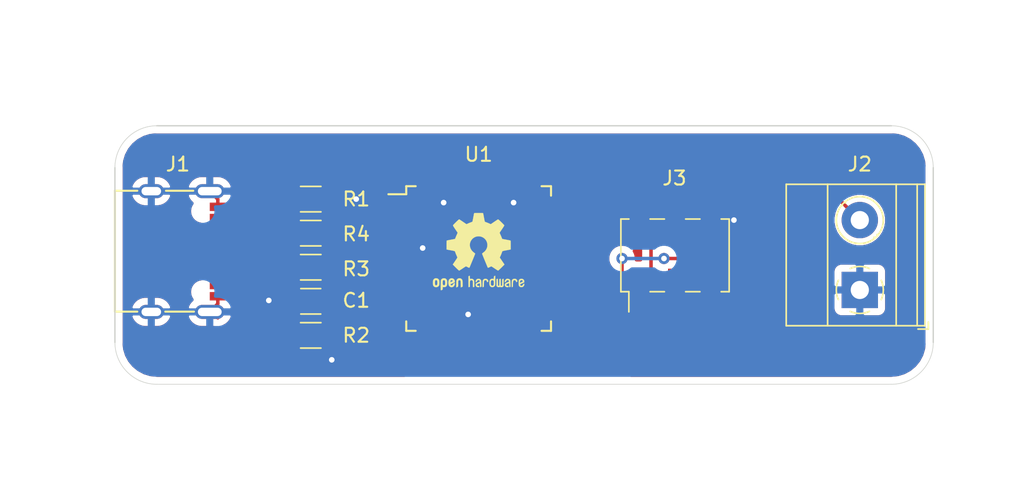
<source format=kicad_pcb>
(kicad_pcb (version 20171130) (host pcbnew 5.1.9)

  (general
    (thickness 1.6)
    (drawings 10)
    (tracks 104)
    (zones 0)
    (modules 10)
    (nets 42)
  )

  (page A4)
  (layers
    (0 F.Cu signal)
    (31 B.Cu signal)
    (32 B.Adhes user)
    (33 F.Adhes user)
    (34 B.Paste user)
    (35 F.Paste user)
    (36 B.SilkS user)
    (37 F.SilkS user)
    (38 B.Mask user)
    (39 F.Mask user)
    (40 Dwgs.User user)
    (41 Cmts.User user)
    (42 Eco1.User user)
    (43 Eco2.User user)
    (44 Edge.Cuts user)
    (45 Margin user)
    (46 B.CrtYd user)
    (47 F.CrtYd user)
    (48 B.Fab user)
    (49 F.Fab user)
  )

  (setup
    (last_trace_width 0.25)
    (trace_clearance 0.2)
    (zone_clearance 0.508)
    (zone_45_only no)
    (trace_min 0.2)
    (via_size 0.8)
    (via_drill 0.4)
    (via_min_size 0.4)
    (via_min_drill 0.3)
    (uvia_size 0.3)
    (uvia_drill 0.1)
    (uvias_allowed no)
    (uvia_min_size 0.2)
    (uvia_min_drill 0.1)
    (edge_width 0.05)
    (segment_width 0.2)
    (pcb_text_width 0.3)
    (pcb_text_size 1.5 1.5)
    (mod_edge_width 0.12)
    (mod_text_size 1 1)
    (mod_text_width 0.15)
    (pad_size 1.524 1.524)
    (pad_drill 0.762)
    (pad_to_mask_clearance 0)
    (aux_axis_origin 0 0)
    (visible_elements FFFFFF7F)
    (pcbplotparams
      (layerselection 0x010fc_ffffffff)
      (usegerberextensions true)
      (usegerberattributes true)
      (usegerberadvancedattributes true)
      (creategerberjobfile true)
      (excludeedgelayer true)
      (linewidth 0.100000)
      (plotframeref false)
      (viasonmask false)
      (mode 1)
      (useauxorigin false)
      (hpglpennumber 1)
      (hpglpenspeed 20)
      (hpglpendiameter 15.000000)
      (psnegative false)
      (psa4output false)
      (plotreference true)
      (plotvalue true)
      (plotinvisibletext false)
      (padsonsilk false)
      (subtractmaskfromsilk false)
      (outputformat 1)
      (mirror false)
      (drillshape 0)
      (scaleselection 1)
      (outputdirectory "gerber/"))
  )

  (net 0 "")
  (net 1 GND)
  (net 2 "Net-(C1-Pad1)")
  (net 3 /USBP)
  (net 4 /USBN)
  (net 5 "Net-(J1-PadA5)")
  (net 6 "Net-(J1-PadB8)")
  (net 7 "Net-(J1-PadA8)")
  (net 8 "Net-(J1-PadB5)")
  (net 9 +5V)
  (net 10 /RESET)
  (net 11 /MOSI)
  (net 12 /SCK)
  (net 13 /MISO)
  (net 14 "Net-(R3-Pad1)")
  (net 15 "Net-(R4-Pad1)")
  (net 16 "Net-(U1-Pad42)")
  (net 17 "Net-(U1-Pad41)")
  (net 18 "Net-(U1-Pad40)")
  (net 19 "Net-(U1-Pad39)")
  (net 20 "Net-(U1-Pad38)")
  (net 21 "Net-(U1-Pad37)")
  (net 22 "Net-(U1-Pad33)")
  (net 23 "Net-(U1-Pad32)")
  (net 24 "Net-(U1-Pad31)")
  (net 25 "Net-(U1-Pad30)")
  (net 26 "Net-(U1-Pad29)")
  (net 27 "Net-(U1-Pad28)")
  (net 28 "Net-(U1-Pad27)")
  (net 29 "Net-(U1-Pad26)")
  (net 30 "Net-(U1-Pad25)")
  (net 31 "Net-(U1-Pad22)")
  (net 32 "Net-(U1-Pad20)")
  (net 33 "Net-(U1-Pad19)")
  (net 34 "Net-(U1-Pad18)")
  (net 35 "Net-(U1-Pad17)")
  (net 36 "Net-(U1-Pad16)")
  (net 37 "Net-(U1-Pad12)")
  (net 38 "Net-(U1-Pad8)")
  (net 39 "Net-(U1-Pad1)")
  (net 40 "Net-(J2-Pad2)")
  (net 41 "Net-(U1-Pad21)")

  (net_class Default "This is the default net class."
    (clearance 0.2)
    (trace_width 0.25)
    (via_dia 0.8)
    (via_drill 0.4)
    (uvia_dia 0.3)
    (uvia_drill 0.1)
    (add_net +5V)
    (add_net /MISO)
    (add_net /MOSI)
    (add_net /RESET)
    (add_net /SCK)
    (add_net /USBN)
    (add_net /USBP)
    (add_net GND)
    (add_net "Net-(C1-Pad1)")
    (add_net "Net-(J1-PadA5)")
    (add_net "Net-(J1-PadA8)")
    (add_net "Net-(J1-PadB5)")
    (add_net "Net-(J1-PadB8)")
    (add_net "Net-(J2-Pad2)")
    (add_net "Net-(R3-Pad1)")
    (add_net "Net-(R4-Pad1)")
    (add_net "Net-(U1-Pad1)")
    (add_net "Net-(U1-Pad12)")
    (add_net "Net-(U1-Pad16)")
    (add_net "Net-(U1-Pad17)")
    (add_net "Net-(U1-Pad18)")
    (add_net "Net-(U1-Pad19)")
    (add_net "Net-(U1-Pad20)")
    (add_net "Net-(U1-Pad21)")
    (add_net "Net-(U1-Pad22)")
    (add_net "Net-(U1-Pad25)")
    (add_net "Net-(U1-Pad26)")
    (add_net "Net-(U1-Pad27)")
    (add_net "Net-(U1-Pad28)")
    (add_net "Net-(U1-Pad29)")
    (add_net "Net-(U1-Pad30)")
    (add_net "Net-(U1-Pad31)")
    (add_net "Net-(U1-Pad32)")
    (add_net "Net-(U1-Pad33)")
    (add_net "Net-(U1-Pad37)")
    (add_net "Net-(U1-Pad38)")
    (add_net "Net-(U1-Pad39)")
    (add_net "Net-(U1-Pad40)")
    (add_net "Net-(U1-Pad41)")
    (add_net "Net-(U1-Pad42)")
    (add_net "Net-(U1-Pad8)")
  )

  (module Symbol:OSHW-Logo2_7.3x6mm_SilkScreen (layer F.Cu) (tedit 0) (tstamp 608A9B75)
    (at 134.75 61.25)
    (descr "Open Source Hardware Symbol")
    (tags "Logo Symbol OSHW")
    (attr virtual)
    (fp_text reference REF** (at 0 0) (layer F.SilkS) hide
      (effects (font (size 1 1) (thickness 0.15)))
    )
    (fp_text value OSHW-Logo2_7.3x6mm_SilkScreen (at 0.75 0) (layer F.Fab) hide
      (effects (font (size 1 1) (thickness 0.15)))
    )
    (fp_poly (pts (xy -2.400256 1.919918) (xy -2.344799 1.947568) (xy -2.295852 1.99848) (xy -2.282371 2.017338)
      (xy -2.267686 2.042015) (xy -2.258158 2.068816) (xy -2.252707 2.104587) (xy -2.250253 2.156169)
      (xy -2.249714 2.224267) (xy -2.252148 2.317588) (xy -2.260606 2.387657) (xy -2.276826 2.439931)
      (xy -2.302546 2.479869) (xy -2.339503 2.512929) (xy -2.342218 2.514886) (xy -2.37864 2.534908)
      (xy -2.422498 2.544815) (xy -2.478276 2.547257) (xy -2.568952 2.547257) (xy -2.56899 2.635283)
      (xy -2.569834 2.684308) (xy -2.574976 2.713065) (xy -2.588413 2.730311) (xy -2.614142 2.744808)
      (xy -2.620321 2.747769) (xy -2.649236 2.761648) (xy -2.671624 2.770414) (xy -2.688271 2.771171)
      (xy -2.699964 2.761023) (xy -2.70749 2.737073) (xy -2.711634 2.696426) (xy -2.713185 2.636186)
      (xy -2.712929 2.553455) (xy -2.711651 2.445339) (xy -2.711252 2.413) (xy -2.709815 2.301524)
      (xy -2.708528 2.228603) (xy -2.569029 2.228603) (xy -2.568245 2.290499) (xy -2.56476 2.330997)
      (xy -2.556876 2.357708) (xy -2.542895 2.378244) (xy -2.533403 2.38826) (xy -2.494596 2.417567)
      (xy -2.460237 2.419952) (xy -2.424784 2.39575) (xy -2.423886 2.394857) (xy -2.409461 2.376153)
      (xy -2.400687 2.350732) (xy -2.396261 2.311584) (xy -2.394882 2.251697) (xy -2.394857 2.23843)
      (xy -2.398188 2.155901) (xy -2.409031 2.098691) (xy -2.42866 2.063766) (xy -2.45835 2.048094)
      (xy -2.475509 2.046514) (xy -2.516234 2.053926) (xy -2.544168 2.07833) (xy -2.560983 2.12298)
      (xy -2.56835 2.19113) (xy -2.569029 2.228603) (xy -2.708528 2.228603) (xy -2.708292 2.215245)
      (xy -2.706323 2.150333) (xy -2.70355 2.102958) (xy -2.699612 2.06929) (xy -2.694151 2.045498)
      (xy -2.686808 2.027753) (xy -2.677223 2.012224) (xy -2.673113 2.006381) (xy -2.618595 1.951185)
      (xy -2.549664 1.91989) (xy -2.469928 1.911165) (xy -2.400256 1.919918)) (layer F.SilkS) (width 0.01))
    (fp_poly (pts (xy -1.283907 1.92778) (xy -1.237328 1.954723) (xy -1.204943 1.981466) (xy -1.181258 2.009484)
      (xy -1.164941 2.043748) (xy -1.154661 2.089227) (xy -1.149086 2.150892) (xy -1.146884 2.233711)
      (xy -1.146629 2.293246) (xy -1.146629 2.512391) (xy -1.208314 2.540044) (xy -1.27 2.567697)
      (xy -1.277257 2.32767) (xy -1.280256 2.238028) (xy -1.283402 2.172962) (xy -1.287299 2.128026)
      (xy -1.292553 2.09877) (xy -1.299769 2.080748) (xy -1.30955 2.069511) (xy -1.312688 2.067079)
      (xy -1.360239 2.048083) (xy -1.408303 2.0556) (xy -1.436914 2.075543) (xy -1.448553 2.089675)
      (xy -1.456609 2.10822) (xy -1.461729 2.136334) (xy -1.464559 2.179173) (xy -1.465744 2.241895)
      (xy -1.465943 2.307261) (xy -1.465982 2.389268) (xy -1.467386 2.447316) (xy -1.472086 2.486465)
      (xy -1.482013 2.51178) (xy -1.499097 2.528323) (xy -1.525268 2.541156) (xy -1.560225 2.554491)
      (xy -1.598404 2.569007) (xy -1.593859 2.311389) (xy -1.592029 2.218519) (xy -1.589888 2.149889)
      (xy -1.586819 2.100711) (xy -1.582206 2.066198) (xy -1.575432 2.041562) (xy -1.565881 2.022016)
      (xy -1.554366 2.00477) (xy -1.49881 1.94968) (xy -1.43102 1.917822) (xy -1.357287 1.910191)
      (xy -1.283907 1.92778)) (layer F.SilkS) (width 0.01))
    (fp_poly (pts (xy -2.958885 1.921962) (xy -2.890855 1.957733) (xy -2.840649 2.015301) (xy -2.822815 2.052312)
      (xy -2.808937 2.107882) (xy -2.801833 2.178096) (xy -2.80116 2.254727) (xy -2.806573 2.329552)
      (xy -2.81773 2.394342) (xy -2.834286 2.440873) (xy -2.839374 2.448887) (xy -2.899645 2.508707)
      (xy -2.971231 2.544535) (xy -3.048908 2.55502) (xy -3.127452 2.53881) (xy -3.149311 2.529092)
      (xy -3.191878 2.499143) (xy -3.229237 2.459433) (xy -3.232768 2.454397) (xy -3.247119 2.430124)
      (xy -3.256606 2.404178) (xy -3.26221 2.370022) (xy -3.264914 2.321119) (xy -3.265701 2.250935)
      (xy -3.265714 2.2352) (xy -3.265678 2.230192) (xy -3.120571 2.230192) (xy -3.119727 2.29643)
      (xy -3.116404 2.340386) (xy -3.109417 2.368779) (xy -3.097584 2.388325) (xy -3.091543 2.394857)
      (xy -3.056814 2.41968) (xy -3.023097 2.418548) (xy -2.989005 2.397016) (xy -2.968671 2.374029)
      (xy -2.956629 2.340478) (xy -2.949866 2.287569) (xy -2.949402 2.281399) (xy -2.948248 2.185513)
      (xy -2.960312 2.114299) (xy -2.98543 2.068194) (xy -3.02344 2.047635) (xy -3.037008 2.046514)
      (xy -3.072636 2.052152) (xy -3.097006 2.071686) (xy -3.111907 2.109042) (xy -3.119125 2.16815)
      (xy -3.120571 2.230192) (xy -3.265678 2.230192) (xy -3.265174 2.160413) (xy -3.262904 2.108159)
      (xy -3.257932 2.071949) (xy -3.249287 2.045299) (xy -3.235995 2.021722) (xy -3.233057 2.017338)
      (xy -3.183687 1.958249) (xy -3.129891 1.923947) (xy -3.064398 1.910331) (xy -3.042158 1.909665)
      (xy -2.958885 1.921962)) (layer F.SilkS) (width 0.01))
    (fp_poly (pts (xy -1.831697 1.931239) (xy -1.774473 1.969735) (xy -1.730251 2.025335) (xy -1.703833 2.096086)
      (xy -1.69849 2.148162) (xy -1.699097 2.169893) (xy -1.704178 2.186531) (xy -1.718145 2.201437)
      (xy -1.745411 2.217973) (xy -1.790388 2.239498) (xy -1.857489 2.269374) (xy -1.857829 2.269524)
      (xy -1.919593 2.297813) (xy -1.970241 2.322933) (xy -2.004596 2.342179) (xy -2.017482 2.352848)
      (xy -2.017486 2.352934) (xy -2.006128 2.376166) (xy -1.979569 2.401774) (xy -1.949077 2.420221)
      (xy -1.93363 2.423886) (xy -1.891485 2.411212) (xy -1.855192 2.379471) (xy -1.837483 2.344572)
      (xy -1.820448 2.318845) (xy -1.787078 2.289546) (xy -1.747851 2.264235) (xy -1.713244 2.250471)
      (xy -1.706007 2.249714) (xy -1.697861 2.26216) (xy -1.69737 2.293972) (xy -1.703357 2.336866)
      (xy -1.714643 2.382558) (xy -1.73005 2.422761) (xy -1.730829 2.424322) (xy -1.777196 2.489062)
      (xy -1.837289 2.533097) (xy -1.905535 2.554711) (xy -1.976362 2.552185) (xy -2.044196 2.523804)
      (xy -2.047212 2.521808) (xy -2.100573 2.473448) (xy -2.13566 2.410352) (xy -2.155078 2.327387)
      (xy -2.157684 2.304078) (xy -2.162299 2.194055) (xy -2.156767 2.142748) (xy -2.017486 2.142748)
      (xy -2.015676 2.174753) (xy -2.005778 2.184093) (xy -1.981102 2.177105) (xy -1.942205 2.160587)
      (xy -1.898725 2.139881) (xy -1.897644 2.139333) (xy -1.860791 2.119949) (xy -1.846 2.107013)
      (xy -1.849647 2.093451) (xy -1.865005 2.075632) (xy -1.904077 2.049845) (xy -1.946154 2.04795)
      (xy -1.983897 2.066717) (xy -2.009966 2.102915) (xy -2.017486 2.142748) (xy -2.156767 2.142748)
      (xy -2.152806 2.106027) (xy -2.12845 2.036212) (xy -2.094544 1.987302) (xy -2.033347 1.937878)
      (xy -1.965937 1.913359) (xy -1.89712 1.911797) (xy -1.831697 1.931239)) (layer F.SilkS) (width 0.01))
    (fp_poly (pts (xy -0.624114 1.851289) (xy -0.619861 1.910613) (xy -0.614975 1.945572) (xy -0.608205 1.96082)
      (xy -0.598298 1.961015) (xy -0.595086 1.959195) (xy -0.552356 1.946015) (xy -0.496773 1.946785)
      (xy -0.440263 1.960333) (xy -0.404918 1.977861) (xy -0.368679 2.005861) (xy -0.342187 2.037549)
      (xy -0.324001 2.077813) (xy -0.312678 2.131543) (xy -0.306778 2.203626) (xy -0.304857 2.298951)
      (xy -0.304823 2.317237) (xy -0.3048 2.522646) (xy -0.350509 2.53858) (xy -0.382973 2.54942)
      (xy -0.400785 2.554468) (xy -0.401309 2.554514) (xy -0.403063 2.540828) (xy -0.404556 2.503076)
      (xy -0.405674 2.446224) (xy -0.406303 2.375234) (xy -0.4064 2.332073) (xy -0.406602 2.246973)
      (xy -0.407642 2.185981) (xy -0.410169 2.144177) (xy -0.414836 2.116642) (xy -0.422293 2.098456)
      (xy -0.433189 2.084698) (xy -0.439993 2.078073) (xy -0.486728 2.051375) (xy -0.537728 2.049375)
      (xy -0.583999 2.071955) (xy -0.592556 2.080107) (xy -0.605107 2.095436) (xy -0.613812 2.113618)
      (xy -0.619369 2.139909) (xy -0.622474 2.179562) (xy -0.623824 2.237832) (xy -0.624114 2.318173)
      (xy -0.624114 2.522646) (xy -0.669823 2.53858) (xy -0.702287 2.54942) (xy -0.720099 2.554468)
      (xy -0.720623 2.554514) (xy -0.721963 2.540623) (xy -0.723172 2.501439) (xy -0.724199 2.4407)
      (xy -0.724998 2.362141) (xy -0.725519 2.269498) (xy -0.725714 2.166509) (xy -0.725714 1.769342)
      (xy -0.678543 1.749444) (xy -0.631371 1.729547) (xy -0.624114 1.851289)) (layer F.SilkS) (width 0.01))
    (fp_poly (pts (xy 0.039744 1.950968) (xy 0.096616 1.972087) (xy 0.097267 1.972493) (xy 0.13244 1.99838)
      (xy 0.158407 2.028633) (xy 0.17667 2.068058) (xy 0.188732 2.121462) (xy 0.196096 2.193651)
      (xy 0.200264 2.289432) (xy 0.200629 2.303078) (xy 0.205876 2.508842) (xy 0.161716 2.531678)
      (xy 0.129763 2.54711) (xy 0.11047 2.554423) (xy 0.109578 2.554514) (xy 0.106239 2.541022)
      (xy 0.103587 2.504626) (xy 0.101956 2.451452) (xy 0.1016 2.408393) (xy 0.101592 2.338641)
      (xy 0.098403 2.294837) (xy 0.087288 2.273944) (xy 0.063501 2.272925) (xy 0.022296 2.288741)
      (xy -0.039914 2.317815) (xy -0.085659 2.341963) (xy -0.109187 2.362913) (xy -0.116104 2.385747)
      (xy -0.116114 2.386877) (xy -0.104701 2.426212) (xy -0.070908 2.447462) (xy -0.019191 2.450539)
      (xy 0.018061 2.450006) (xy 0.037703 2.460735) (xy 0.049952 2.486505) (xy 0.057002 2.519337)
      (xy 0.046842 2.537966) (xy 0.043017 2.540632) (xy 0.007001 2.55134) (xy -0.043434 2.552856)
      (xy -0.095374 2.545759) (xy -0.132178 2.532788) (xy -0.183062 2.489585) (xy -0.211986 2.429446)
      (xy -0.217714 2.382462) (xy -0.213343 2.340082) (xy -0.197525 2.305488) (xy -0.166203 2.274763)
      (xy -0.115322 2.24399) (xy -0.040824 2.209252) (xy -0.036286 2.207288) (xy 0.030821 2.176287)
      (xy 0.072232 2.150862) (xy 0.089981 2.128014) (xy 0.086107 2.104745) (xy 0.062643 2.078056)
      (xy 0.055627 2.071914) (xy 0.00863 2.0481) (xy -0.040067 2.049103) (xy -0.082478 2.072451)
      (xy -0.110616 2.115675) (xy -0.113231 2.12416) (xy -0.138692 2.165308) (xy -0.170999 2.185128)
      (xy -0.217714 2.20477) (xy -0.217714 2.15395) (xy -0.203504 2.080082) (xy -0.161325 2.012327)
      (xy -0.139376 1.989661) (xy -0.089483 1.960569) (xy -0.026033 1.9474) (xy 0.039744 1.950968)) (layer F.SilkS) (width 0.01))
    (fp_poly (pts (xy 0.529926 1.949755) (xy 0.595858 1.974084) (xy 0.649273 2.017117) (xy 0.670164 2.047409)
      (xy 0.692939 2.102994) (xy 0.692466 2.143186) (xy 0.668562 2.170217) (xy 0.659717 2.174813)
      (xy 0.62153 2.189144) (xy 0.602028 2.185472) (xy 0.595422 2.161407) (xy 0.595086 2.148114)
      (xy 0.582992 2.09921) (xy 0.551471 2.064999) (xy 0.507659 2.048476) (xy 0.458695 2.052634)
      (xy 0.418894 2.074227) (xy 0.40545 2.086544) (xy 0.395921 2.101487) (xy 0.389485 2.124075)
      (xy 0.385317 2.159328) (xy 0.382597 2.212266) (xy 0.380502 2.287907) (xy 0.37996 2.311857)
      (xy 0.377981 2.39379) (xy 0.375731 2.451455) (xy 0.372357 2.489608) (xy 0.367006 2.513004)
      (xy 0.358824 2.526398) (xy 0.346959 2.534545) (xy 0.339362 2.538144) (xy 0.307102 2.550452)
      (xy 0.288111 2.554514) (xy 0.281836 2.540948) (xy 0.278006 2.499934) (xy 0.2766 2.430999)
      (xy 0.277598 2.333669) (xy 0.277908 2.318657) (xy 0.280101 2.229859) (xy 0.282693 2.165019)
      (xy 0.286382 2.119067) (xy 0.291864 2.086935) (xy 0.299835 2.063553) (xy 0.310993 2.043852)
      (xy 0.31683 2.03541) (xy 0.350296 1.998057) (xy 0.387727 1.969003) (xy 0.392309 1.966467)
      (xy 0.459426 1.946443) (xy 0.529926 1.949755)) (layer F.SilkS) (width 0.01))
    (fp_poly (pts (xy 1.190117 2.065358) (xy 1.189933 2.173837) (xy 1.189219 2.257287) (xy 1.187675 2.319704)
      (xy 1.185001 2.365085) (xy 1.180894 2.397429) (xy 1.175055 2.420733) (xy 1.167182 2.438995)
      (xy 1.161221 2.449418) (xy 1.111855 2.505945) (xy 1.049264 2.541377) (xy 0.980013 2.55409)
      (xy 0.910668 2.542463) (xy 0.869375 2.521568) (xy 0.826025 2.485422) (xy 0.796481 2.441276)
      (xy 0.778655 2.383462) (xy 0.770463 2.306313) (xy 0.769302 2.249714) (xy 0.769458 2.245647)
      (xy 0.870857 2.245647) (xy 0.871476 2.31055) (xy 0.874314 2.353514) (xy 0.88084 2.381622)
      (xy 0.892523 2.401953) (xy 0.906483 2.417288) (xy 0.953365 2.44689) (xy 1.003701 2.449419)
      (xy 1.051276 2.424705) (xy 1.054979 2.421356) (xy 1.070783 2.403935) (xy 1.080693 2.383209)
      (xy 1.086058 2.352362) (xy 1.088228 2.304577) (xy 1.088571 2.251748) (xy 1.087827 2.185381)
      (xy 1.084748 2.141106) (xy 1.078061 2.112009) (xy 1.066496 2.091173) (xy 1.057013 2.080107)
      (xy 1.01296 2.052198) (xy 0.962224 2.048843) (xy 0.913796 2.070159) (xy 0.90445 2.078073)
      (xy 0.88854 2.095647) (xy 0.87861 2.116587) (xy 0.873278 2.147782) (xy 0.871163 2.196122)
      (xy 0.870857 2.245647) (xy 0.769458 2.245647) (xy 0.77281 2.158568) (xy 0.784726 2.090086)
      (xy 0.807135 2.0386) (xy 0.842124 1.998443) (xy 0.869375 1.977861) (xy 0.918907 1.955625)
      (xy 0.976316 1.945304) (xy 1.029682 1.948067) (xy 1.059543 1.959212) (xy 1.071261 1.962383)
      (xy 1.079037 1.950557) (xy 1.084465 1.918866) (xy 1.088571 1.870593) (xy 1.093067 1.816829)
      (xy 1.099313 1.784482) (xy 1.110676 1.765985) (xy 1.130528 1.75377) (xy 1.143 1.748362)
      (xy 1.190171 1.728601) (xy 1.190117 2.065358)) (layer F.SilkS) (width 0.01))
    (fp_poly (pts (xy 1.779833 1.958663) (xy 1.782048 1.99685) (xy 1.783784 2.054886) (xy 1.784899 2.12818)
      (xy 1.785257 2.205055) (xy 1.785257 2.465196) (xy 1.739326 2.511127) (xy 1.707675 2.539429)
      (xy 1.67989 2.550893) (xy 1.641915 2.550168) (xy 1.62684 2.548321) (xy 1.579726 2.542948)
      (xy 1.540756 2.539869) (xy 1.531257 2.539585) (xy 1.499233 2.541445) (xy 1.453432 2.546114)
      (xy 1.435674 2.548321) (xy 1.392057 2.551735) (xy 1.362745 2.54432) (xy 1.33368 2.521427)
      (xy 1.323188 2.511127) (xy 1.277257 2.465196) (xy 1.277257 1.978602) (xy 1.314226 1.961758)
      (xy 1.346059 1.949282) (xy 1.364683 1.944914) (xy 1.369458 1.958718) (xy 1.373921 1.997286)
      (xy 1.377775 2.056356) (xy 1.380722 2.131663) (xy 1.382143 2.195286) (xy 1.386114 2.445657)
      (xy 1.420759 2.450556) (xy 1.452268 2.447131) (xy 1.467708 2.436041) (xy 1.472023 2.415308)
      (xy 1.475708 2.371145) (xy 1.478469 2.309146) (xy 1.480012 2.234909) (xy 1.480235 2.196706)
      (xy 1.480457 1.976783) (xy 1.526166 1.960849) (xy 1.558518 1.950015) (xy 1.576115 1.944962)
      (xy 1.576623 1.944914) (xy 1.578388 1.958648) (xy 1.580329 1.99673) (xy 1.582282 2.054482)
      (xy 1.584084 2.127227) (xy 1.585343 2.195286) (xy 1.589314 2.445657) (xy 1.6764 2.445657)
      (xy 1.680396 2.21724) (xy 1.684392 1.988822) (xy 1.726847 1.966868) (xy 1.758192 1.951793)
      (xy 1.776744 1.944951) (xy 1.777279 1.944914) (xy 1.779833 1.958663)) (layer F.SilkS) (width 0.01))
    (fp_poly (pts (xy 2.144876 1.956335) (xy 2.186667 1.975344) (xy 2.219469 1.998378) (xy 2.243503 2.024133)
      (xy 2.260097 2.057358) (xy 2.270577 2.1028) (xy 2.276271 2.165207) (xy 2.278507 2.249327)
      (xy 2.278743 2.304721) (xy 2.278743 2.520826) (xy 2.241774 2.53767) (xy 2.212656 2.549981)
      (xy 2.198231 2.554514) (xy 2.195472 2.541025) (xy 2.193282 2.504653) (xy 2.191942 2.451542)
      (xy 2.191657 2.409372) (xy 2.190434 2.348447) (xy 2.187136 2.300115) (xy 2.182321 2.270518)
      (xy 2.178496 2.264229) (xy 2.152783 2.270652) (xy 2.112418 2.287125) (xy 2.065679 2.309458)
      (xy 2.020845 2.333457) (xy 1.986193 2.35493) (xy 1.970002 2.369685) (xy 1.969938 2.369845)
      (xy 1.97133 2.397152) (xy 1.983818 2.423219) (xy 2.005743 2.444392) (xy 2.037743 2.451474)
      (xy 2.065092 2.450649) (xy 2.103826 2.450042) (xy 2.124158 2.459116) (xy 2.136369 2.483092)
      (xy 2.137909 2.487613) (xy 2.143203 2.521806) (xy 2.129047 2.542568) (xy 2.092148 2.552462)
      (xy 2.052289 2.554292) (xy 1.980562 2.540727) (xy 1.943432 2.521355) (xy 1.897576 2.475845)
      (xy 1.873256 2.419983) (xy 1.871073 2.360957) (xy 1.891629 2.305953) (xy 1.922549 2.271486)
      (xy 1.95342 2.252189) (xy 2.001942 2.227759) (xy 2.058485 2.202985) (xy 2.06791 2.199199)
      (xy 2.130019 2.171791) (xy 2.165822 2.147634) (xy 2.177337 2.123619) (xy 2.16658 2.096635)
      (xy 2.148114 2.075543) (xy 2.104469 2.049572) (xy 2.056446 2.047624) (xy 2.012406 2.067637)
      (xy 1.980709 2.107551) (xy 1.976549 2.117848) (xy 1.952327 2.155724) (xy 1.916965 2.183842)
      (xy 1.872343 2.206917) (xy 1.872343 2.141485) (xy 1.874969 2.101506) (xy 1.88623 2.069997)
      (xy 1.911199 2.036378) (xy 1.935169 2.010484) (xy 1.972441 1.973817) (xy 2.001401 1.954121)
      (xy 2.032505 1.94622) (xy 2.067713 1.944914) (xy 2.144876 1.956335)) (layer F.SilkS) (width 0.01))
    (fp_poly (pts (xy 2.6526 1.958752) (xy 2.669948 1.966334) (xy 2.711356 1.999128) (xy 2.746765 2.046547)
      (xy 2.768664 2.097151) (xy 2.772229 2.122098) (xy 2.760279 2.156927) (xy 2.734067 2.175357)
      (xy 2.705964 2.186516) (xy 2.693095 2.188572) (xy 2.686829 2.173649) (xy 2.674456 2.141175)
      (xy 2.669028 2.126502) (xy 2.63859 2.075744) (xy 2.59452 2.050427) (xy 2.53801 2.051206)
      (xy 2.533825 2.052203) (xy 2.503655 2.066507) (xy 2.481476 2.094393) (xy 2.466327 2.139287)
      (xy 2.45725 2.204615) (xy 2.453286 2.293804) (xy 2.452914 2.341261) (xy 2.45273 2.416071)
      (xy 2.451522 2.467069) (xy 2.448309 2.499471) (xy 2.442109 2.518495) (xy 2.43194 2.529356)
      (xy 2.416819 2.537272) (xy 2.415946 2.53767) (xy 2.386828 2.549981) (xy 2.372403 2.554514)
      (xy 2.370186 2.540809) (xy 2.368289 2.502925) (xy 2.366847 2.445715) (xy 2.365998 2.374027)
      (xy 2.365829 2.321565) (xy 2.366692 2.220047) (xy 2.37007 2.143032) (xy 2.377142 2.086023)
      (xy 2.389088 2.044526) (xy 2.40709 2.014043) (xy 2.432327 1.99008) (xy 2.457247 1.973355)
      (xy 2.517171 1.951097) (xy 2.586911 1.946076) (xy 2.6526 1.958752)) (layer F.SilkS) (width 0.01))
    (fp_poly (pts (xy 3.153595 1.966966) (xy 3.211021 2.004497) (xy 3.238719 2.038096) (xy 3.260662 2.099064)
      (xy 3.262405 2.147308) (xy 3.258457 2.211816) (xy 3.109686 2.276934) (xy 3.037349 2.310202)
      (xy 2.990084 2.336964) (xy 2.965507 2.360144) (xy 2.961237 2.382667) (xy 2.974889 2.407455)
      (xy 2.989943 2.423886) (xy 3.033746 2.450235) (xy 3.081389 2.452081) (xy 3.125145 2.431546)
      (xy 3.157289 2.390752) (xy 3.163038 2.376347) (xy 3.190576 2.331356) (xy 3.222258 2.312182)
      (xy 3.265714 2.295779) (xy 3.265714 2.357966) (xy 3.261872 2.400283) (xy 3.246823 2.435969)
      (xy 3.21528 2.476943) (xy 3.210592 2.482267) (xy 3.175506 2.51872) (xy 3.145347 2.538283)
      (xy 3.107615 2.547283) (xy 3.076335 2.55023) (xy 3.020385 2.550965) (xy 2.980555 2.54166)
      (xy 2.955708 2.527846) (xy 2.916656 2.497467) (xy 2.889625 2.464613) (xy 2.872517 2.423294)
      (xy 2.863238 2.367521) (xy 2.859693 2.291305) (xy 2.85941 2.252622) (xy 2.860372 2.206247)
      (xy 2.948007 2.206247) (xy 2.949023 2.231126) (xy 2.951556 2.2352) (xy 2.968274 2.229665)
      (xy 3.004249 2.215017) (xy 3.052331 2.19419) (xy 3.062386 2.189714) (xy 3.123152 2.158814)
      (xy 3.156632 2.131657) (xy 3.16399 2.10622) (xy 3.146391 2.080481) (xy 3.131856 2.069109)
      (xy 3.07941 2.046364) (xy 3.030322 2.050122) (xy 2.989227 2.077884) (xy 2.960758 2.127152)
      (xy 2.951631 2.166257) (xy 2.948007 2.206247) (xy 2.860372 2.206247) (xy 2.861285 2.162249)
      (xy 2.868196 2.095384) (xy 2.881884 2.046695) (xy 2.904096 2.010849) (xy 2.936574 1.982513)
      (xy 2.950733 1.973355) (xy 3.015053 1.949507) (xy 3.085473 1.948006) (xy 3.153595 1.966966)) (layer F.SilkS) (width 0.01))
    (fp_poly (pts (xy 0.10391 -2.757652) (xy 0.182454 -2.757222) (xy 0.239298 -2.756058) (xy 0.278105 -2.753793)
      (xy 0.302538 -2.75006) (xy 0.316262 -2.744494) (xy 0.32294 -2.736727) (xy 0.326236 -2.726395)
      (xy 0.326556 -2.725057) (xy 0.331562 -2.700921) (xy 0.340829 -2.653299) (xy 0.353392 -2.587259)
      (xy 0.368287 -2.507872) (xy 0.384551 -2.420204) (xy 0.385119 -2.417125) (xy 0.40141 -2.331211)
      (xy 0.416652 -2.255304) (xy 0.429861 -2.193955) (xy 0.440054 -2.151718) (xy 0.446248 -2.133145)
      (xy 0.446543 -2.132816) (xy 0.464788 -2.123747) (xy 0.502405 -2.108633) (xy 0.551271 -2.090738)
      (xy 0.551543 -2.090642) (xy 0.613093 -2.067507) (xy 0.685657 -2.038035) (xy 0.754057 -2.008403)
      (xy 0.757294 -2.006938) (xy 0.868702 -1.956374) (xy 1.115399 -2.12484) (xy 1.191077 -2.176197)
      (xy 1.259631 -2.222111) (xy 1.317088 -2.25997) (xy 1.359476 -2.287163) (xy 1.382825 -2.301079)
      (xy 1.385042 -2.302111) (xy 1.40201 -2.297516) (xy 1.433701 -2.275345) (xy 1.481352 -2.234553)
      (xy 1.546198 -2.174095) (xy 1.612397 -2.109773) (xy 1.676214 -2.046388) (xy 1.733329 -1.988549)
      (xy 1.780305 -1.939825) (xy 1.813703 -1.90379) (xy 1.830085 -1.884016) (xy 1.830694 -1.882998)
      (xy 1.832505 -1.869428) (xy 1.825683 -1.847267) (xy 1.80854 -1.813522) (xy 1.779393 -1.7652)
      (xy 1.736555 -1.699308) (xy 1.679448 -1.614483) (xy 1.628766 -1.539823) (xy 1.583461 -1.47286)
      (xy 1.54615 -1.417484) (xy 1.519452 -1.37758) (xy 1.505985 -1.357038) (xy 1.505137 -1.355644)
      (xy 1.506781 -1.335962) (xy 1.519245 -1.297707) (xy 1.540048 -1.248111) (xy 1.547462 -1.232272)
      (xy 1.579814 -1.16171) (xy 1.614328 -1.081647) (xy 1.642365 -1.012371) (xy 1.662568 -0.960955)
      (xy 1.678615 -0.921881) (xy 1.687888 -0.901459) (xy 1.689041 -0.899886) (xy 1.706096 -0.897279)
      (xy 1.746298 -0.890137) (xy 1.804302 -0.879477) (xy 1.874763 -0.866315) (xy 1.952335 -0.851667)
      (xy 2.031672 -0.836551) (xy 2.107431 -0.821982) (xy 2.174264 -0.808978) (xy 2.226828 -0.798555)
      (xy 2.259776 -0.79173) (xy 2.267857 -0.789801) (xy 2.276205 -0.785038) (xy 2.282506 -0.774282)
      (xy 2.287045 -0.753902) (xy 2.290104 -0.720266) (xy 2.291967 -0.669745) (xy 2.292918 -0.598708)
      (xy 2.29324 -0.503524) (xy 2.293257 -0.464508) (xy 2.293257 -0.147201) (xy 2.217057 -0.132161)
      (xy 2.174663 -0.124005) (xy 2.1114 -0.112101) (xy 2.034962 -0.097884) (xy 1.953043 -0.08279)
      (xy 1.9304 -0.078645) (xy 1.854806 -0.063947) (xy 1.788953 -0.049495) (xy 1.738366 -0.036625)
      (xy 1.708574 -0.026678) (xy 1.703612 -0.023713) (xy 1.691426 -0.002717) (xy 1.673953 0.037967)
      (xy 1.654577 0.090322) (xy 1.650734 0.1016) (xy 1.625339 0.171523) (xy 1.593817 0.250418)
      (xy 1.562969 0.321266) (xy 1.562817 0.321595) (xy 1.511447 0.432733) (xy 1.680399 0.681253)
      (xy 1.849352 0.929772) (xy 1.632429 1.147058) (xy 1.566819 1.211726) (xy 1.506979 1.268733)
      (xy 1.456267 1.315033) (xy 1.418046 1.347584) (xy 1.395675 1.363343) (xy 1.392466 1.364343)
      (xy 1.373626 1.356469) (xy 1.33518 1.334578) (xy 1.28133 1.301267) (xy 1.216276 1.259131)
      (xy 1.14594 1.211943) (xy 1.074555 1.16381) (xy 1.010908 1.121928) (xy 0.959041 1.088871)
      (xy 0.922995 1.067218) (xy 0.906867 1.059543) (xy 0.887189 1.066037) (xy 0.849875 1.08315)
      (xy 0.802621 1.107326) (xy 0.797612 1.110013) (xy 0.733977 1.141927) (xy 0.690341 1.157579)
      (xy 0.663202 1.157745) (xy 0.649057 1.143204) (xy 0.648975 1.143) (xy 0.641905 1.125779)
      (xy 0.625042 1.084899) (xy 0.599695 1.023525) (xy 0.567171 0.944819) (xy 0.528778 0.851947)
      (xy 0.485822 0.748072) (xy 0.444222 0.647502) (xy 0.398504 0.536516) (xy 0.356526 0.433703)
      (xy 0.319548 0.342215) (xy 0.288827 0.265201) (xy 0.265622 0.205815) (xy 0.25119 0.167209)
      (xy 0.246743 0.1528) (xy 0.257896 0.136272) (xy 0.287069 0.10993) (xy 0.325971 0.080887)
      (xy 0.436757 -0.010961) (xy 0.523351 -0.116241) (xy 0.584716 -0.232734) (xy 0.619815 -0.358224)
      (xy 0.627608 -0.490493) (xy 0.621943 -0.551543) (xy 0.591078 -0.678205) (xy 0.53792 -0.790059)
      (xy 0.465767 -0.885999) (xy 0.377917 -0.964924) (xy 0.277665 -1.02573) (xy 0.16831 -1.067313)
      (xy 0.053147 -1.088572) (xy -0.064525 -1.088401) (xy -0.18141 -1.065699) (xy -0.294211 -1.019362)
      (xy -0.399631 -0.948287) (xy -0.443632 -0.908089) (xy -0.528021 -0.804871) (xy -0.586778 -0.692075)
      (xy -0.620296 -0.57299) (xy -0.628965 -0.450905) (xy -0.613177 -0.329107) (xy -0.573322 -0.210884)
      (xy -0.509793 -0.099525) (xy -0.422979 0.001684) (xy -0.325971 0.080887) (xy -0.285563 0.111162)
      (xy -0.257018 0.137219) (xy -0.246743 0.152825) (xy -0.252123 0.169843) (xy -0.267425 0.2105)
      (xy -0.291388 0.271642) (xy -0.322756 0.350119) (xy -0.360268 0.44278) (xy -0.402667 0.546472)
      (xy -0.444337 0.647526) (xy -0.49031 0.758607) (xy -0.532893 0.861541) (xy -0.570779 0.953165)
      (xy -0.60266 1.030316) (xy -0.627229 1.089831) (xy -0.64318 1.128544) (xy -0.64909 1.143)
      (xy -0.663052 1.157685) (xy -0.69006 1.157642) (xy -0.733587 1.142099) (xy -0.79711 1.110284)
      (xy -0.797612 1.110013) (xy -0.84544 1.085323) (xy -0.884103 1.067338) (xy -0.905905 1.059614)
      (xy -0.906867 1.059543) (xy -0.923279 1.067378) (xy -0.959513 1.089165) (xy -1.011526 1.122328)
      (xy -1.075275 1.164291) (xy -1.14594 1.211943) (xy -1.217884 1.260191) (xy -1.282726 1.302151)
      (xy -1.336265 1.335227) (xy -1.374303 1.356821) (xy -1.392467 1.364343) (xy -1.409192 1.354457)
      (xy -1.44282 1.326826) (xy -1.48999 1.284495) (xy -1.547342 1.230505) (xy -1.611516 1.167899)
      (xy -1.632503 1.146983) (xy -1.849501 0.929623) (xy -1.684332 0.68722) (xy -1.634136 0.612781)
      (xy -1.590081 0.545972) (xy -1.554638 0.490665) (xy -1.530281 0.450729) (xy -1.519478 0.430036)
      (xy -1.519162 0.428563) (xy -1.524857 0.409058) (xy -1.540174 0.369822) (xy -1.562463 0.31743)
      (xy -1.578107 0.282355) (xy -1.607359 0.215201) (xy -1.634906 0.147358) (xy -1.656263 0.090034)
      (xy -1.662065 0.072572) (xy -1.678548 0.025938) (xy -1.69466 -0.010095) (xy -1.70351 -0.023713)
      (xy -1.72304 -0.032048) (xy -1.765666 -0.043863) (xy -1.825855 -0.057819) (xy -1.898078 -0.072578)
      (xy -1.9304 -0.078645) (xy -2.012478 -0.093727) (xy -2.091205 -0.108331) (xy -2.158891 -0.12102)
      (xy -2.20784 -0.130358) (xy -2.217057 -0.132161) (xy -2.293257 -0.147201) (xy -2.293257 -0.464508)
      (xy -2.293086 -0.568846) (xy -2.292384 -0.647787) (xy -2.290866 -0.704962) (xy -2.288251 -0.744001)
      (xy -2.284254 -0.768535) (xy -2.278591 -0.782195) (xy -2.27098 -0.788611) (xy -2.267857 -0.789801)
      (xy -2.249022 -0.79402) (xy -2.207412 -0.802438) (xy -2.14837 -0.814039) (xy -2.077243 -0.827805)
      (xy -1.999375 -0.84272) (xy -1.920113 -0.857768) (xy -1.844802 -0.871931) (xy -1.778787 -0.884194)
      (xy -1.727413 -0.893539) (xy -1.696025 -0.89895) (xy -1.689041 -0.899886) (xy -1.682715 -0.912404)
      (xy -1.66871 -0.945754) (xy -1.649645 -0.993623) (xy -1.642366 -1.012371) (xy -1.613004 -1.084805)
      (xy -1.578429 -1.16483) (xy -1.547463 -1.232272) (xy -1.524677 -1.283841) (xy -1.509518 -1.326215)
      (xy -1.504458 -1.352166) (xy -1.505264 -1.355644) (xy -1.515959 -1.372064) (xy -1.54038 -1.408583)
      (xy -1.575905 -1.461313) (xy -1.619913 -1.526365) (xy -1.669783 -1.599849) (xy -1.679644 -1.614355)
      (xy -1.737508 -1.700296) (xy -1.780044 -1.765739) (xy -1.808946 -1.813696) (xy -1.82591 -1.84718)
      (xy -1.832633 -1.869205) (xy -1.83081 -1.882783) (xy -1.830764 -1.882869) (xy -1.816414 -1.900703)
      (xy -1.784677 -1.935183) (xy -1.73899 -1.982732) (xy -1.682796 -2.039778) (xy -1.619532 -2.102745)
      (xy -1.612398 -2.109773) (xy -1.53267 -2.18698) (xy -1.471143 -2.24367) (xy -1.426579 -2.28089)
      (xy -1.397743 -2.299685) (xy -1.385042 -2.302111) (xy -1.366506 -2.291529) (xy -1.328039 -2.267084)
      (xy -1.273614 -2.231388) (xy -1.207202 -2.187053) (xy -1.132775 -2.136689) (xy -1.115399 -2.12484)
      (xy -0.868703 -1.956374) (xy -0.757294 -2.006938) (xy -0.689543 -2.036405) (xy -0.616817 -2.066041)
      (xy -0.554297 -2.08967) (xy -0.551543 -2.090642) (xy -0.50264 -2.108543) (xy -0.464943 -2.12368)
      (xy -0.446575 -2.13279) (xy -0.446544 -2.132816) (xy -0.440715 -2.149283) (xy -0.430808 -2.189781)
      (xy -0.417805 -2.249758) (xy -0.402691 -2.32466) (xy -0.386448 -2.409936) (xy -0.385119 -2.417125)
      (xy -0.368825 -2.504986) (xy -0.353867 -2.58474) (xy -0.341209 -2.651319) (xy -0.331814 -2.699653)
      (xy -0.326646 -2.724675) (xy -0.326556 -2.725057) (xy -0.323411 -2.735701) (xy -0.317296 -2.743738)
      (xy -0.304547 -2.749533) (xy -0.2815 -2.753453) (xy -0.244491 -2.755865) (xy -0.189856 -2.757135)
      (xy -0.113933 -2.757629) (xy -0.013056 -2.757714) (xy 0 -2.757714) (xy 0.10391 -2.757652)) (layer F.SilkS) (width 0.01))
  )

  (module Package_QFP:TQFP-44_10x10mm_P0.8mm (layer F.Cu) (tedit 5A02F146) (tstamp 608A4A46)
    (at 134.75 61.75)
    (descr "44-Lead Plastic Thin Quad Flatpack (PT) - 10x10x1.0 mm Body [TQFP] (see Microchip Packaging Specification 00000049BS.pdf)")
    (tags "QFP 0.8")
    (path /6088435A)
    (attr smd)
    (fp_text reference U1 (at 0 -7.45) (layer F.SilkS)
      (effects (font (size 1 1) (thickness 0.15)))
    )
    (fp_text value ATmega32U4-AU (at 0 7.45) (layer F.Fab)
      (effects (font (size 1 1) (thickness 0.15)))
    )
    (fp_text user %R (at 0 0) (layer F.Fab)
      (effects (font (size 1 1) (thickness 0.15)))
    )
    (fp_line (start -4 -5) (end 5 -5) (layer F.Fab) (width 0.15))
    (fp_line (start 5 -5) (end 5 5) (layer F.Fab) (width 0.15))
    (fp_line (start 5 5) (end -5 5) (layer F.Fab) (width 0.15))
    (fp_line (start -5 5) (end -5 -4) (layer F.Fab) (width 0.15))
    (fp_line (start -5 -4) (end -4 -5) (layer F.Fab) (width 0.15))
    (fp_line (start -6.7 -6.7) (end -6.7 6.7) (layer F.CrtYd) (width 0.05))
    (fp_line (start 6.7 -6.7) (end 6.7 6.7) (layer F.CrtYd) (width 0.05))
    (fp_line (start -6.7 -6.7) (end 6.7 -6.7) (layer F.CrtYd) (width 0.05))
    (fp_line (start -6.7 6.7) (end 6.7 6.7) (layer F.CrtYd) (width 0.05))
    (fp_line (start -5.175 -5.175) (end -5.175 -4.6) (layer F.SilkS) (width 0.15))
    (fp_line (start 5.175 -5.175) (end 5.175 -4.5) (layer F.SilkS) (width 0.15))
    (fp_line (start 5.175 5.175) (end 5.175 4.5) (layer F.SilkS) (width 0.15))
    (fp_line (start -5.175 5.175) (end -5.175 4.5) (layer F.SilkS) (width 0.15))
    (fp_line (start -5.175 -5.175) (end -4.5 -5.175) (layer F.SilkS) (width 0.15))
    (fp_line (start -5.175 5.175) (end -4.5 5.175) (layer F.SilkS) (width 0.15))
    (fp_line (start 5.175 5.175) (end 4.5 5.175) (layer F.SilkS) (width 0.15))
    (fp_line (start 5.175 -5.175) (end 4.5 -5.175) (layer F.SilkS) (width 0.15))
    (fp_line (start -5.175 -4.6) (end -6.45 -4.6) (layer F.SilkS) (width 0.15))
    (pad 44 smd rect (at -4 -5.7 90) (size 1.5 0.55) (layers F.Cu F.Paste F.Mask)
      (net 9 +5V))
    (pad 43 smd rect (at -3.2 -5.7 90) (size 1.5 0.55) (layers F.Cu F.Paste F.Mask)
      (net 1 GND))
    (pad 42 smd rect (at -2.4 -5.7 90) (size 1.5 0.55) (layers F.Cu F.Paste F.Mask)
      (net 16 "Net-(U1-Pad42)"))
    (pad 41 smd rect (at -1.6 -5.7 90) (size 1.5 0.55) (layers F.Cu F.Paste F.Mask)
      (net 17 "Net-(U1-Pad41)"))
    (pad 40 smd rect (at -0.8 -5.7 90) (size 1.5 0.55) (layers F.Cu F.Paste F.Mask)
      (net 18 "Net-(U1-Pad40)"))
    (pad 39 smd rect (at 0 -5.7 90) (size 1.5 0.55) (layers F.Cu F.Paste F.Mask)
      (net 19 "Net-(U1-Pad39)"))
    (pad 38 smd rect (at 0.8 -5.7 90) (size 1.5 0.55) (layers F.Cu F.Paste F.Mask)
      (net 20 "Net-(U1-Pad38)"))
    (pad 37 smd rect (at 1.6 -5.7 90) (size 1.5 0.55) (layers F.Cu F.Paste F.Mask)
      (net 21 "Net-(U1-Pad37)"))
    (pad 36 smd rect (at 2.4 -5.7 90) (size 1.5 0.55) (layers F.Cu F.Paste F.Mask)
      (net 40 "Net-(J2-Pad2)"))
    (pad 35 smd rect (at 3.2 -5.7 90) (size 1.5 0.55) (layers F.Cu F.Paste F.Mask)
      (net 1 GND))
    (pad 34 smd rect (at 4 -5.7 90) (size 1.5 0.55) (layers F.Cu F.Paste F.Mask)
      (net 9 +5V))
    (pad 33 smd rect (at 5.7 -4) (size 1.5 0.55) (layers F.Cu F.Paste F.Mask)
      (net 22 "Net-(U1-Pad33)"))
    (pad 32 smd rect (at 5.7 -3.2) (size 1.5 0.55) (layers F.Cu F.Paste F.Mask)
      (net 23 "Net-(U1-Pad32)"))
    (pad 31 smd rect (at 5.7 -2.4) (size 1.5 0.55) (layers F.Cu F.Paste F.Mask)
      (net 24 "Net-(U1-Pad31)"))
    (pad 30 smd rect (at 5.7 -1.6) (size 1.5 0.55) (layers F.Cu F.Paste F.Mask)
      (net 25 "Net-(U1-Pad30)"))
    (pad 29 smd rect (at 5.7 -0.8) (size 1.5 0.55) (layers F.Cu F.Paste F.Mask)
      (net 26 "Net-(U1-Pad29)"))
    (pad 28 smd rect (at 5.7 0) (size 1.5 0.55) (layers F.Cu F.Paste F.Mask)
      (net 27 "Net-(U1-Pad28)"))
    (pad 27 smd rect (at 5.7 0.8) (size 1.5 0.55) (layers F.Cu F.Paste F.Mask)
      (net 28 "Net-(U1-Pad27)"))
    (pad 26 smd rect (at 5.7 1.6) (size 1.5 0.55) (layers F.Cu F.Paste F.Mask)
      (net 29 "Net-(U1-Pad26)"))
    (pad 25 smd rect (at 5.7 2.4) (size 1.5 0.55) (layers F.Cu F.Paste F.Mask)
      (net 30 "Net-(U1-Pad25)"))
    (pad 24 smd rect (at 5.7 3.2) (size 1.5 0.55) (layers F.Cu F.Paste F.Mask)
      (net 9 +5V))
    (pad 23 smd rect (at 5.7 4) (size 1.5 0.55) (layers F.Cu F.Paste F.Mask)
      (net 1 GND))
    (pad 22 smd rect (at 4 5.7 90) (size 1.5 0.55) (layers F.Cu F.Paste F.Mask)
      (net 31 "Net-(U1-Pad22)"))
    (pad 21 smd rect (at 3.2 5.7 90) (size 1.5 0.55) (layers F.Cu F.Paste F.Mask)
      (net 41 "Net-(U1-Pad21)"))
    (pad 20 smd rect (at 2.4 5.7 90) (size 1.5 0.55) (layers F.Cu F.Paste F.Mask)
      (net 32 "Net-(U1-Pad20)"))
    (pad 19 smd rect (at 1.6 5.7 90) (size 1.5 0.55) (layers F.Cu F.Paste F.Mask)
      (net 33 "Net-(U1-Pad19)"))
    (pad 18 smd rect (at 0.8 5.7 90) (size 1.5 0.55) (layers F.Cu F.Paste F.Mask)
      (net 34 "Net-(U1-Pad18)"))
    (pad 17 smd rect (at 0 5.7 90) (size 1.5 0.55) (layers F.Cu F.Paste F.Mask)
      (net 35 "Net-(U1-Pad17)"))
    (pad 16 smd rect (at -0.8 5.7 90) (size 1.5 0.55) (layers F.Cu F.Paste F.Mask)
      (net 36 "Net-(U1-Pad16)"))
    (pad 15 smd rect (at -1.6 5.7 90) (size 1.5 0.55) (layers F.Cu F.Paste F.Mask)
      (net 1 GND))
    (pad 14 smd rect (at -2.4 5.7 90) (size 1.5 0.55) (layers F.Cu F.Paste F.Mask)
      (net 9 +5V))
    (pad 13 smd rect (at -3.2 5.7 90) (size 1.5 0.55) (layers F.Cu F.Paste F.Mask)
      (net 10 /RESET))
    (pad 12 smd rect (at -4 5.7 90) (size 1.5 0.55) (layers F.Cu F.Paste F.Mask)
      (net 37 "Net-(U1-Pad12)"))
    (pad 11 smd rect (at -5.7 4) (size 1.5 0.55) (layers F.Cu F.Paste F.Mask)
      (net 13 /MISO))
    (pad 10 smd rect (at -5.7 3.2) (size 1.5 0.55) (layers F.Cu F.Paste F.Mask)
      (net 11 /MOSI))
    (pad 9 smd rect (at -5.7 2.4) (size 1.5 0.55) (layers F.Cu F.Paste F.Mask)
      (net 12 /SCK))
    (pad 8 smd rect (at -5.7 1.6) (size 1.5 0.55) (layers F.Cu F.Paste F.Mask)
      (net 38 "Net-(U1-Pad8)"))
    (pad 7 smd rect (at -5.7 0.8) (size 1.5 0.55) (layers F.Cu F.Paste F.Mask)
      (net 9 +5V))
    (pad 6 smd rect (at -5.7 0) (size 1.5 0.55) (layers F.Cu F.Paste F.Mask)
      (net 2 "Net-(C1-Pad1)"))
    (pad 5 smd rect (at -5.7 -0.8) (size 1.5 0.55) (layers F.Cu F.Paste F.Mask)
      (net 1 GND))
    (pad 4 smd rect (at -5.7 -1.6) (size 1.5 0.55) (layers F.Cu F.Paste F.Mask)
      (net 14 "Net-(R3-Pad1)"))
    (pad 3 smd rect (at -5.7 -2.4) (size 1.5 0.55) (layers F.Cu F.Paste F.Mask)
      (net 15 "Net-(R4-Pad1)"))
    (pad 2 smd rect (at -5.7 -3.2) (size 1.5 0.55) (layers F.Cu F.Paste F.Mask)
      (net 9 +5V))
    (pad 1 smd rect (at -5.7 -4) (size 1.5 0.55) (layers F.Cu F.Paste F.Mask)
      (net 39 "Net-(U1-Pad1)"))
    (model ${KISYS3DMOD}/Package_QFP.3dshapes/TQFP-44_10x10mm_P0.8mm.wrl
      (at (xyz 0 0 0))
      (scale (xyz 1 1 1))
      (rotate (xyz 0 0 0))
    )
  )

  (module Resistor_SMD:R_1206_3216Metric (layer F.Cu) (tedit 5F68FEEE) (tstamp 608A534D)
    (at 122.75 59.9375 180)
    (descr "Resistor SMD 1206 (3216 Metric), square (rectangular) end terminal, IPC_7351 nominal, (Body size source: IPC-SM-782 page 72, https://www.pcb-3d.com/wordpress/wp-content/uploads/ipc-sm-782a_amendment_1_and_2.pdf), generated with kicad-footprint-generator")
    (tags resistor)
    (path /608A31DC)
    (attr smd)
    (fp_text reference R4 (at -3.25 -0.0625) (layer F.SilkS)
      (effects (font (size 1 1) (thickness 0.15)))
    )
    (fp_text value 22 (at 3.75 -0.0625) (layer F.Fab)
      (effects (font (size 1 1) (thickness 0.15)))
    )
    (fp_text user %R (at 0 0) (layer F.Fab)
      (effects (font (size 0.8 0.8) (thickness 0.12)))
    )
    (fp_line (start -1.6 0.8) (end -1.6 -0.8) (layer F.Fab) (width 0.1))
    (fp_line (start -1.6 -0.8) (end 1.6 -0.8) (layer F.Fab) (width 0.1))
    (fp_line (start 1.6 -0.8) (end 1.6 0.8) (layer F.Fab) (width 0.1))
    (fp_line (start 1.6 0.8) (end -1.6 0.8) (layer F.Fab) (width 0.1))
    (fp_line (start -0.727064 -0.91) (end 0.727064 -0.91) (layer F.SilkS) (width 0.12))
    (fp_line (start -0.727064 0.91) (end 0.727064 0.91) (layer F.SilkS) (width 0.12))
    (fp_line (start -2.28 1.12) (end -2.28 -1.12) (layer F.CrtYd) (width 0.05))
    (fp_line (start -2.28 -1.12) (end 2.28 -1.12) (layer F.CrtYd) (width 0.05))
    (fp_line (start 2.28 -1.12) (end 2.28 1.12) (layer F.CrtYd) (width 0.05))
    (fp_line (start 2.28 1.12) (end -2.28 1.12) (layer F.CrtYd) (width 0.05))
    (pad 2 smd roundrect (at 1.4625 0 180) (size 1.125 1.75) (layers F.Cu F.Paste F.Mask) (roundrect_rratio 0.2222213333333333)
      (net 4 /USBN))
    (pad 1 smd roundrect (at -1.4625 0 180) (size 1.125 1.75) (layers F.Cu F.Paste F.Mask) (roundrect_rratio 0.2222213333333333)
      (net 15 "Net-(R4-Pad1)"))
    (model ${KISYS3DMOD}/Resistor_SMD.3dshapes/R_1206_3216Metric.wrl
      (at (xyz 0 0 0))
      (scale (xyz 1 1 1))
      (rotate (xyz 0 0 0))
    )
  )

  (module Resistor_SMD:R_1206_3216Metric (layer F.Cu) (tedit 5F68FEEE) (tstamp 608A460A)
    (at 122.75 62.375 180)
    (descr "Resistor SMD 1206 (3216 Metric), square (rectangular) end terminal, IPC_7351 nominal, (Body size source: IPC-SM-782 page 72, https://www.pcb-3d.com/wordpress/wp-content/uploads/ipc-sm-782a_amendment_1_and_2.pdf), generated with kicad-footprint-generator")
    (tags resistor)
    (path /608A2782)
    (attr smd)
    (fp_text reference R3 (at -3.25 -0.125) (layer F.SilkS)
      (effects (font (size 1 1) (thickness 0.15)))
    )
    (fp_text value 22 (at 3.75 -0.125) (layer F.Fab)
      (effects (font (size 1 1) (thickness 0.15)))
    )
    (fp_text user %R (at 0 0) (layer F.Fab)
      (effects (font (size 0.8 0.8) (thickness 0.12)))
    )
    (fp_line (start -1.6 0.8) (end -1.6 -0.8) (layer F.Fab) (width 0.1))
    (fp_line (start -1.6 -0.8) (end 1.6 -0.8) (layer F.Fab) (width 0.1))
    (fp_line (start 1.6 -0.8) (end 1.6 0.8) (layer F.Fab) (width 0.1))
    (fp_line (start 1.6 0.8) (end -1.6 0.8) (layer F.Fab) (width 0.1))
    (fp_line (start -0.727064 -0.91) (end 0.727064 -0.91) (layer F.SilkS) (width 0.12))
    (fp_line (start -0.727064 0.91) (end 0.727064 0.91) (layer F.SilkS) (width 0.12))
    (fp_line (start -2.28 1.12) (end -2.28 -1.12) (layer F.CrtYd) (width 0.05))
    (fp_line (start -2.28 -1.12) (end 2.28 -1.12) (layer F.CrtYd) (width 0.05))
    (fp_line (start 2.28 -1.12) (end 2.28 1.12) (layer F.CrtYd) (width 0.05))
    (fp_line (start 2.28 1.12) (end -2.28 1.12) (layer F.CrtYd) (width 0.05))
    (pad 2 smd roundrect (at 1.4625 0 180) (size 1.125 1.75) (layers F.Cu F.Paste F.Mask) (roundrect_rratio 0.2222213333333333)
      (net 3 /USBP))
    (pad 1 smd roundrect (at -1.4625 0 180) (size 1.125 1.75) (layers F.Cu F.Paste F.Mask) (roundrect_rratio 0.2222213333333333)
      (net 14 "Net-(R3-Pad1)"))
    (model ${KISYS3DMOD}/Resistor_SMD.3dshapes/R_1206_3216Metric.wrl
      (at (xyz 0 0 0))
      (scale (xyz 1 1 1))
      (rotate (xyz 0 0 0))
    )
  )

  (module Resistor_SMD:R_1206_3216Metric (layer F.Cu) (tedit 5F68FEEE) (tstamp 608A5526)
    (at 122.75 67.25 180)
    (descr "Resistor SMD 1206 (3216 Metric), square (rectangular) end terminal, IPC_7351 nominal, (Body size source: IPC-SM-782 page 72, https://www.pcb-3d.com/wordpress/wp-content/uploads/ipc-sm-782a_amendment_1_and_2.pdf), generated with kicad-footprint-generator")
    (tags resistor)
    (path /608A3759)
    (attr smd)
    (fp_text reference R2 (at -3.25 0) (layer F.SilkS)
      (effects (font (size 1 1) (thickness 0.15)))
    )
    (fp_text value 5k1 (at 4 0) (layer F.Fab)
      (effects (font (size 1 1) (thickness 0.15)))
    )
    (fp_text user %R (at 0 0) (layer F.Fab)
      (effects (font (size 0.8 0.8) (thickness 0.12)))
    )
    (fp_line (start -1.6 0.8) (end -1.6 -0.8) (layer F.Fab) (width 0.1))
    (fp_line (start -1.6 -0.8) (end 1.6 -0.8) (layer F.Fab) (width 0.1))
    (fp_line (start 1.6 -0.8) (end 1.6 0.8) (layer F.Fab) (width 0.1))
    (fp_line (start 1.6 0.8) (end -1.6 0.8) (layer F.Fab) (width 0.1))
    (fp_line (start -0.727064 -0.91) (end 0.727064 -0.91) (layer F.SilkS) (width 0.12))
    (fp_line (start -0.727064 0.91) (end 0.727064 0.91) (layer F.SilkS) (width 0.12))
    (fp_line (start -2.28 1.12) (end -2.28 -1.12) (layer F.CrtYd) (width 0.05))
    (fp_line (start -2.28 -1.12) (end 2.28 -1.12) (layer F.CrtYd) (width 0.05))
    (fp_line (start 2.28 -1.12) (end 2.28 1.12) (layer F.CrtYd) (width 0.05))
    (fp_line (start 2.28 1.12) (end -2.28 1.12) (layer F.CrtYd) (width 0.05))
    (pad 2 smd roundrect (at 1.4625 0 180) (size 1.125 1.75) (layers F.Cu F.Paste F.Mask) (roundrect_rratio 0.2222213333333333)
      (net 8 "Net-(J1-PadB5)"))
    (pad 1 smd roundrect (at -1.4625 0 180) (size 1.125 1.75) (layers F.Cu F.Paste F.Mask) (roundrect_rratio 0.2222213333333333)
      (net 1 GND))
    (model ${KISYS3DMOD}/Resistor_SMD.3dshapes/R_1206_3216Metric.wrl
      (at (xyz 0 0 0))
      (scale (xyz 1 1 1))
      (rotate (xyz 0 0 0))
    )
  )

  (module Resistor_SMD:R_1206_3216Metric (layer F.Cu) (tedit 5F68FEEE) (tstamp 608A55A8)
    (at 122.75 57.5 180)
    (descr "Resistor SMD 1206 (3216 Metric), square (rectangular) end terminal, IPC_7351 nominal, (Body size source: IPC-SM-782 page 72, https://www.pcb-3d.com/wordpress/wp-content/uploads/ipc-sm-782a_amendment_1_and_2.pdf), generated with kicad-footprint-generator")
    (tags resistor)
    (path /608A3148)
    (attr smd)
    (fp_text reference R1 (at -3.25 0) (layer F.SilkS)
      (effects (font (size 1 1) (thickness 0.15)))
    )
    (fp_text value 5k1 (at 3.75 0) (layer F.Fab)
      (effects (font (size 1 1) (thickness 0.15)))
    )
    (fp_text user %R (at 0 0) (layer F.Fab)
      (effects (font (size 0.8 0.8) (thickness 0.12)))
    )
    (fp_line (start -1.6 0.8) (end -1.6 -0.8) (layer F.Fab) (width 0.1))
    (fp_line (start -1.6 -0.8) (end 1.6 -0.8) (layer F.Fab) (width 0.1))
    (fp_line (start 1.6 -0.8) (end 1.6 0.8) (layer F.Fab) (width 0.1))
    (fp_line (start 1.6 0.8) (end -1.6 0.8) (layer F.Fab) (width 0.1))
    (fp_line (start -0.727064 -0.91) (end 0.727064 -0.91) (layer F.SilkS) (width 0.12))
    (fp_line (start -0.727064 0.91) (end 0.727064 0.91) (layer F.SilkS) (width 0.12))
    (fp_line (start -2.28 1.12) (end -2.28 -1.12) (layer F.CrtYd) (width 0.05))
    (fp_line (start -2.28 -1.12) (end 2.28 -1.12) (layer F.CrtYd) (width 0.05))
    (fp_line (start 2.28 -1.12) (end 2.28 1.12) (layer F.CrtYd) (width 0.05))
    (fp_line (start 2.28 1.12) (end -2.28 1.12) (layer F.CrtYd) (width 0.05))
    (pad 2 smd roundrect (at 1.4625 0 180) (size 1.125 1.75) (layers F.Cu F.Paste F.Mask) (roundrect_rratio 0.2222213333333333)
      (net 5 "Net-(J1-PadA5)"))
    (pad 1 smd roundrect (at -1.4625 0 180) (size 1.125 1.75) (layers F.Cu F.Paste F.Mask) (roundrect_rratio 0.2222213333333333)
      (net 1 GND))
    (model ${KISYS3DMOD}/Resistor_SMD.3dshapes/R_1206_3216Metric.wrl
      (at (xyz 0 0 0))
      (scale (xyz 1 1 1))
      (rotate (xyz 0 0 0))
    )
  )

  (module Connector_PinHeader_2.54mm:PinHeader_2x03_P2.54mm_Vertical_SMD (layer F.Cu) (tedit 59FED5CC) (tstamp 608A7077)
    (at 148.79 61.525 90)
    (descr "surface-mounted straight pin header, 2x03, 2.54mm pitch, double rows")
    (tags "Surface mounted pin header SMD 2x03 2.54mm double row")
    (path /60888651)
    (attr smd)
    (fp_text reference J3 (at 5.525 -0.04 180) (layer F.SilkS)
      (effects (font (size 1 1) (thickness 0.15)))
    )
    (fp_text value AVR-ISP-6 (at 0 4.87 90) (layer F.Fab)
      (effects (font (size 1 1) (thickness 0.15)))
    )
    (fp_text user %R (at 0 0) (layer F.Fab)
      (effects (font (size 1 1) (thickness 0.15)))
    )
    (fp_line (start 2.54 3.81) (end -2.54 3.81) (layer F.Fab) (width 0.1))
    (fp_line (start -1.59 -3.81) (end 2.54 -3.81) (layer F.Fab) (width 0.1))
    (fp_line (start -2.54 3.81) (end -2.54 -2.86) (layer F.Fab) (width 0.1))
    (fp_line (start -2.54 -2.86) (end -1.59 -3.81) (layer F.Fab) (width 0.1))
    (fp_line (start 2.54 -3.81) (end 2.54 3.81) (layer F.Fab) (width 0.1))
    (fp_line (start -2.54 -2.86) (end -3.6 -2.86) (layer F.Fab) (width 0.1))
    (fp_line (start -3.6 -2.86) (end -3.6 -2.22) (layer F.Fab) (width 0.1))
    (fp_line (start -3.6 -2.22) (end -2.54 -2.22) (layer F.Fab) (width 0.1))
    (fp_line (start 2.54 -2.86) (end 3.6 -2.86) (layer F.Fab) (width 0.1))
    (fp_line (start 3.6 -2.86) (end 3.6 -2.22) (layer F.Fab) (width 0.1))
    (fp_line (start 3.6 -2.22) (end 2.54 -2.22) (layer F.Fab) (width 0.1))
    (fp_line (start -2.54 -0.32) (end -3.6 -0.32) (layer F.Fab) (width 0.1))
    (fp_line (start -3.6 -0.32) (end -3.6 0.32) (layer F.Fab) (width 0.1))
    (fp_line (start -3.6 0.32) (end -2.54 0.32) (layer F.Fab) (width 0.1))
    (fp_line (start 2.54 -0.32) (end 3.6 -0.32) (layer F.Fab) (width 0.1))
    (fp_line (start 3.6 -0.32) (end 3.6 0.32) (layer F.Fab) (width 0.1))
    (fp_line (start 3.6 0.32) (end 2.54 0.32) (layer F.Fab) (width 0.1))
    (fp_line (start -2.54 2.22) (end -3.6 2.22) (layer F.Fab) (width 0.1))
    (fp_line (start -3.6 2.22) (end -3.6 2.86) (layer F.Fab) (width 0.1))
    (fp_line (start -3.6 2.86) (end -2.54 2.86) (layer F.Fab) (width 0.1))
    (fp_line (start 2.54 2.22) (end 3.6 2.22) (layer F.Fab) (width 0.1))
    (fp_line (start 3.6 2.22) (end 3.6 2.86) (layer F.Fab) (width 0.1))
    (fp_line (start 3.6 2.86) (end 2.54 2.86) (layer F.Fab) (width 0.1))
    (fp_line (start -2.6 -3.87) (end 2.6 -3.87) (layer F.SilkS) (width 0.12))
    (fp_line (start -2.6 3.87) (end 2.6 3.87) (layer F.SilkS) (width 0.12))
    (fp_line (start -4.04 -3.3) (end -2.6 -3.3) (layer F.SilkS) (width 0.12))
    (fp_line (start -2.6 -3.87) (end -2.6 -3.3) (layer F.SilkS) (width 0.12))
    (fp_line (start 2.6 -3.87) (end 2.6 -3.3) (layer F.SilkS) (width 0.12))
    (fp_line (start -2.6 3.3) (end -2.6 3.87) (layer F.SilkS) (width 0.12))
    (fp_line (start 2.6 3.3) (end 2.6 3.87) (layer F.SilkS) (width 0.12))
    (fp_line (start -2.6 -1.78) (end -2.6 -0.76) (layer F.SilkS) (width 0.12))
    (fp_line (start 2.6 -1.78) (end 2.6 -0.76) (layer F.SilkS) (width 0.12))
    (fp_line (start -2.6 0.76) (end -2.6 1.78) (layer F.SilkS) (width 0.12))
    (fp_line (start 2.6 0.76) (end 2.6 1.78) (layer F.SilkS) (width 0.12))
    (fp_line (start -5.9 -4.35) (end -5.9 4.35) (layer F.CrtYd) (width 0.05))
    (fp_line (start -5.9 4.35) (end 5.9 4.35) (layer F.CrtYd) (width 0.05))
    (fp_line (start 5.9 4.35) (end 5.9 -4.35) (layer F.CrtYd) (width 0.05))
    (fp_line (start 5.9 -4.35) (end -5.9 -4.35) (layer F.CrtYd) (width 0.05))
    (pad 6 smd rect (at 2.525 2.54 90) (size 3.15 1) (layers F.Cu F.Paste F.Mask)
      (net 1 GND))
    (pad 5 smd rect (at -2.525 2.54 90) (size 3.15 1) (layers F.Cu F.Paste F.Mask)
      (net 10 /RESET))
    (pad 4 smd rect (at 2.525 0 90) (size 3.15 1) (layers F.Cu F.Paste F.Mask)
      (net 11 /MOSI))
    (pad 3 smd rect (at -2.525 0 90) (size 3.15 1) (layers F.Cu F.Paste F.Mask)
      (net 12 /SCK))
    (pad 2 smd rect (at 2.525 -2.54 90) (size 3.15 1) (layers F.Cu F.Paste F.Mask)
      (net 9 +5V))
    (pad 1 smd rect (at -2.525 -2.54 90) (size 3.15 1) (layers F.Cu F.Paste F.Mask)
      (net 13 /MISO))
    (model ${KISYS3DMOD}/Connector_PinHeader_2.54mm.3dshapes/PinHeader_2x03_P2.54mm_Vertical_SMD.wrl
      (at (xyz 0 0 0))
      (scale (xyz 1 1 1))
      (rotate (xyz 0 0 0))
    )
  )

  (module TerminalBlock_Phoenix:TerminalBlock_Phoenix_MKDS-1,5-2_1x02_P5.00mm_Horizontal (layer F.Cu) (tedit 5B294EE5) (tstamp 608A6F2B)
    (at 162 64 90)
    (descr "Terminal Block Phoenix MKDS-1,5-2, 2 pins, pitch 5mm, size 10x9.8mm^2, drill diamater 1.3mm, pad diameter 2.6mm, see http://www.farnell.com/datasheets/100425.pdf, script-generated using https://github.com/pointhi/kicad-footprint-generator/scripts/TerminalBlock_Phoenix")
    (tags "THT Terminal Block Phoenix MKDS-1,5-2 pitch 5mm size 10x9.8mm^2 drill 1.3mm pad 2.6mm")
    (path /60889C79)
    (fp_text reference J2 (at 9 0 180) (layer F.SilkS)
      (effects (font (size 1 1) (thickness 0.15)))
    )
    (fp_text value Screw_Terminal_01x02 (at 2.5 5.66 90) (layer F.Fab) hide
      (effects (font (size 1 1) (thickness 0.15)))
    )
    (fp_text user %R (at 2.5 3.2 90) (layer F.Fab)
      (effects (font (size 1 1) (thickness 0.15)))
    )
    (fp_arc (start 0 0) (end -0.684 1.535) (angle -25) (layer F.SilkS) (width 0.12))
    (fp_arc (start 0 0) (end -1.535 -0.684) (angle -48) (layer F.SilkS) (width 0.12))
    (fp_arc (start 0 0) (end 0.684 -1.535) (angle -48) (layer F.SilkS) (width 0.12))
    (fp_arc (start 0 0) (end 1.535 0.684) (angle -48) (layer F.SilkS) (width 0.12))
    (fp_arc (start 0 0) (end 0 1.68) (angle -24) (layer F.SilkS) (width 0.12))
    (fp_circle (center 0 0) (end 1.5 0) (layer F.Fab) (width 0.1))
    (fp_circle (center 5 0) (end 6.5 0) (layer F.Fab) (width 0.1))
    (fp_circle (center 5 0) (end 6.68 0) (layer F.SilkS) (width 0.12))
    (fp_line (start -2.5 -5.2) (end 7.5 -5.2) (layer F.Fab) (width 0.1))
    (fp_line (start 7.5 -5.2) (end 7.5 4.6) (layer F.Fab) (width 0.1))
    (fp_line (start 7.5 4.6) (end -2 4.6) (layer F.Fab) (width 0.1))
    (fp_line (start -2 4.6) (end -2.5 4.1) (layer F.Fab) (width 0.1))
    (fp_line (start -2.5 4.1) (end -2.5 -5.2) (layer F.Fab) (width 0.1))
    (fp_line (start -2.5 4.1) (end 7.5 4.1) (layer F.Fab) (width 0.1))
    (fp_line (start -2.56 4.1) (end 7.56 4.1) (layer F.SilkS) (width 0.12))
    (fp_line (start -2.5 2.6) (end 7.5 2.6) (layer F.Fab) (width 0.1))
    (fp_line (start -2.56 2.6) (end 7.56 2.6) (layer F.SilkS) (width 0.12))
    (fp_line (start -2.5 -2.3) (end 7.5 -2.3) (layer F.Fab) (width 0.1))
    (fp_line (start -2.56 -2.301) (end 7.56 -2.301) (layer F.SilkS) (width 0.12))
    (fp_line (start -2.56 -5.261) (end 7.56 -5.261) (layer F.SilkS) (width 0.12))
    (fp_line (start -2.56 4.66) (end 7.56 4.66) (layer F.SilkS) (width 0.12))
    (fp_line (start -2.56 -5.261) (end -2.56 4.66) (layer F.SilkS) (width 0.12))
    (fp_line (start 7.56 -5.261) (end 7.56 4.66) (layer F.SilkS) (width 0.12))
    (fp_line (start 1.138 -0.955) (end -0.955 1.138) (layer F.Fab) (width 0.1))
    (fp_line (start 0.955 -1.138) (end -1.138 0.955) (layer F.Fab) (width 0.1))
    (fp_line (start 6.138 -0.955) (end 4.046 1.138) (layer F.Fab) (width 0.1))
    (fp_line (start 5.955 -1.138) (end 3.863 0.955) (layer F.Fab) (width 0.1))
    (fp_line (start 6.275 -1.069) (end 6.228 -1.023) (layer F.SilkS) (width 0.12))
    (fp_line (start 3.966 1.239) (end 3.931 1.274) (layer F.SilkS) (width 0.12))
    (fp_line (start 6.07 -1.275) (end 6.035 -1.239) (layer F.SilkS) (width 0.12))
    (fp_line (start 3.773 1.023) (end 3.726 1.069) (layer F.SilkS) (width 0.12))
    (fp_line (start -2.8 4.16) (end -2.8 4.9) (layer F.SilkS) (width 0.12))
    (fp_line (start -2.8 4.9) (end -2.3 4.9) (layer F.SilkS) (width 0.12))
    (fp_line (start -3 -5.71) (end -3 5.1) (layer F.CrtYd) (width 0.05))
    (fp_line (start -3 5.1) (end 8 5.1) (layer F.CrtYd) (width 0.05))
    (fp_line (start 8 5.1) (end 8 -5.71) (layer F.CrtYd) (width 0.05))
    (fp_line (start 8 -5.71) (end -3 -5.71) (layer F.CrtYd) (width 0.05))
    (pad 2 thru_hole circle (at 5 0 90) (size 2.6 2.6) (drill 1.3) (layers *.Cu *.Mask)
      (net 40 "Net-(J2-Pad2)"))
    (pad 1 thru_hole rect (at 0 0 90) (size 2.6 2.6) (drill 1.3) (layers *.Cu *.Mask)
      (net 1 GND))
    (model ${KISYS3DMOD}/TerminalBlock_Phoenix.3dshapes/TerminalBlock_Phoenix_MKDS-1,5-2_1x02_P5.00mm_Horizontal.wrl
      (at (xyz 0 0 0))
      (scale (xyz 1 1 1))
      (rotate (xyz 0 0 0))
    )
  )

  (module electrical:USB4105-GF-A (layer F.Cu) (tedit 6089C00E) (tstamp 608A457A)
    (at 108.75 61.25 270)
    (path /60885129)
    (attr smd)
    (fp_text reference J1 (at -6.25 -4.5 180) (layer F.SilkS)
      (effects (font (size 1 1) (thickness 0.15)))
    )
    (fp_text value USB_C_Receptacle_USB2.0 (at -0.25 1 90) (layer F.Fab) hide
      (effects (font (size 1 1) (thickness 0.15)))
    )
    (fp_line (start -4.35 -3.65) (end -4.35 -5.6) (layer F.SilkS) (width 0.15))
    (fp_line (start -4.35 0) (end -4.35 -1.6) (layer F.SilkS) (width 0.15))
    (fp_line (start 4.3 -3.6) (end 4.3 -5.65) (layer F.SilkS) (width 0.15))
    (fp_line (start 4.3 0) (end 4.3 -1.6) (layer F.SilkS) (width 0.15))
    (fp_line (start -4.35 0) (end 4.3 0) (layer F.SilkS) (width 0.15))
    (pad A6 smd rect (at -0.25 -7.355 270) (size 0.3 1.15) (layers F.Cu F.Paste F.Mask)
      (net 3 /USBP))
    (pad B7 smd rect (at -0.75 -7.355 270) (size 0.3 1.15) (layers F.Cu F.Paste F.Mask)
      (net 4 /USBN))
    (pad A5 smd rect (at -1.25 -7.355 270) (size 0.3 1.15) (layers F.Cu F.Paste F.Mask)
      (net 5 "Net-(J1-PadA5)"))
    (pad B8 smd rect (at -1.75 -7.355 270) (size 0.3 1.15) (layers F.Cu F.Paste F.Mask)
      (net 6 "Net-(J1-PadB8)"))
    (pad A7 smd rect (at 0.25 -7.355 270) (size 0.3 1.15) (layers F.Cu F.Paste F.Mask)
      (net 4 /USBN))
    (pad B6 smd rect (at 0.75 -7.355 270) (size 0.3 1.15) (layers F.Cu F.Paste F.Mask)
      (net 3 /USBP))
    (pad A8 smd rect (at 1.25 -7.355 270) (size 0.3 1.15) (layers F.Cu F.Paste F.Mask)
      (net 7 "Net-(J1-PadA8)"))
    (pad B5 smd rect (at 1.75 -7.355 270) (size 0.3 1.15) (layers F.Cu F.Paste F.Mask)
      (net 8 "Net-(J1-PadB5)"))
    (pad A4 smd rect (at -2.4 -7.355 270) (size 0.6 1.15) (layers F.Cu F.Paste F.Mask)
      (net 9 +5V))
    (pad A1 smd rect (at -3.2 -7.355 270) (size 0.6 1.15) (layers F.Cu F.Paste F.Mask)
      (net 1 GND))
    (pad B4 smd rect (at 2.4 -7.355 270) (size 0.6 1.15) (layers F.Cu F.Paste F.Mask)
      (net 9 +5V))
    (pad B1 smd rect (at 3.2 -7.355 270) (size 0.6 1.15) (layers F.Cu F.Paste F.Mask)
      (net 1 GND))
    (pad S1 thru_hole oval (at -4.32 -6.78 270) (size 1 2.1) (drill oval 0.6 1.7) (layers *.Cu *.Mask)
      (net 1 GND))
    (pad "" np_thru_hole circle (at -2.89 -6.28 270) (size 0.65 0.65) (drill 0.65) (layers *.Cu *.Mask))
    (pad "" np_thru_hole circle (at 2.89 -6.28 270) (size 0.65 0.65) (drill 0.65) (layers *.Cu *.Mask))
    (pad S1 thru_hole oval (at 4.32 -6.78 270) (size 1 2.1) (drill oval 0.6 1.7) (layers *.Cu *.Mask)
      (net 1 GND))
    (pad S1 thru_hole oval (at -4.32 -2.6 270) (size 1 1.8) (drill oval 0.6 1.4) (layers *.Cu *.Mask)
      (net 1 GND))
    (pad S1 thru_hole oval (at 4.32 -2.6 270) (size 1 1.8) (drill oval 0.6 1.4) (layers *.Cu *.Mask)
      (net 1 GND))
  )

  (module Capacitor_SMD:C_1206_3216Metric (layer F.Cu) (tedit 5F68FEEE) (tstamp 608A455F)
    (at 122.75 64.8125 180)
    (descr "Capacitor SMD 1206 (3216 Metric), square (rectangular) end terminal, IPC_7351 nominal, (Body size source: IPC-SM-782 page 76, https://www.pcb-3d.com/wordpress/wp-content/uploads/ipc-sm-782a_amendment_1_and_2.pdf), generated with kicad-footprint-generator")
    (tags capacitor)
    (path /6089DF38)
    (attr smd)
    (fp_text reference C1 (at -3.25 0.0625) (layer F.SilkS)
      (effects (font (size 1 1) (thickness 0.15)))
    )
    (fp_text value 1uF (at 4 0.0625) (layer F.Fab)
      (effects (font (size 1 1) (thickness 0.15)))
    )
    (fp_text user %R (at 0 0) (layer F.Fab)
      (effects (font (size 0.8 0.8) (thickness 0.12)))
    )
    (fp_line (start -1.6 0.8) (end -1.6 -0.8) (layer F.Fab) (width 0.1))
    (fp_line (start -1.6 -0.8) (end 1.6 -0.8) (layer F.Fab) (width 0.1))
    (fp_line (start 1.6 -0.8) (end 1.6 0.8) (layer F.Fab) (width 0.1))
    (fp_line (start 1.6 0.8) (end -1.6 0.8) (layer F.Fab) (width 0.1))
    (fp_line (start -0.711252 -0.91) (end 0.711252 -0.91) (layer F.SilkS) (width 0.12))
    (fp_line (start -0.711252 0.91) (end 0.711252 0.91) (layer F.SilkS) (width 0.12))
    (fp_line (start -2.3 1.15) (end -2.3 -1.15) (layer F.CrtYd) (width 0.05))
    (fp_line (start -2.3 -1.15) (end 2.3 -1.15) (layer F.CrtYd) (width 0.05))
    (fp_line (start 2.3 -1.15) (end 2.3 1.15) (layer F.CrtYd) (width 0.05))
    (fp_line (start 2.3 1.15) (end -2.3 1.15) (layer F.CrtYd) (width 0.05))
    (pad 2 smd roundrect (at 1.475 0 180) (size 1.15 1.8) (layers F.Cu F.Paste F.Mask) (roundrect_rratio 0.2173904347826087)
      (net 1 GND))
    (pad 1 smd roundrect (at -1.475 0 180) (size 1.15 1.8) (layers F.Cu F.Paste F.Mask) (roundrect_rratio 0.2173904347826087)
      (net 2 "Net-(C1-Pad1)"))
    (model ${KISYS3DMOD}/Capacitor_SMD.3dshapes/C_1206_3216Metric.wrl
      (at (xyz 0 0 0))
      (scale (xyz 1 1 1))
      (rotate (xyz 0 0 0))
    )
  )

  (dimension 18.5 (width 0.15) (layer Dwgs.User)
    (gr_text "18.500 mm" (at 104.2 61.5 270) (layer Dwgs.User)
      (effects (font (size 1 1) (thickness 0.15)))
    )
    (feature1 (pts (xy 111.75 70.75) (xy 104.913579 70.75)))
    (feature2 (pts (xy 111.75 52.25) (xy 104.913579 52.25)))
    (crossbar (pts (xy 105.5 52.25) (xy 105.5 70.75)))
    (arrow1a (pts (xy 105.5 70.75) (xy 104.913579 69.623496)))
    (arrow1b (pts (xy 105.5 70.75) (xy 106.086421 69.623496)))
    (arrow2a (pts (xy 105.5 52.25) (xy 104.913579 53.376504)))
    (arrow2b (pts (xy 105.5 52.25) (xy 106.086421 53.376504)))
  )
  (dimension 58.5 (width 0.15) (layer Dwgs.User)
    (gr_text "58.500 mm" (at 138 47.45) (layer Dwgs.User)
      (effects (font (size 1 1) (thickness 0.15)))
    )
    (feature1 (pts (xy 167.25 55.25) (xy 167.25 48.163579)))
    (feature2 (pts (xy 108.75 55.25) (xy 108.75 48.163579)))
    (crossbar (pts (xy 108.75 48.75) (xy 167.25 48.75)))
    (arrow1a (pts (xy 167.25 48.75) (xy 166.123496 49.336421)))
    (arrow1b (pts (xy 167.25 48.75) (xy 166.123496 48.163579)))
    (arrow2a (pts (xy 108.75 48.75) (xy 109.876504 49.336421)))
    (arrow2b (pts (xy 108.75 48.75) (xy 109.876504 48.163579)))
  )
  (gr_line (start 111.75 70.75) (end 164.25 70.75) (layer Edge.Cuts) (width 0.05) (tstamp 608A6D50))
  (gr_arc (start 164.25 55.25) (end 167.25 55.25) (angle -90) (layer Edge.Cuts) (width 0.05))
  (gr_arc (start 164.25 67.75) (end 164.25 70.75) (angle -90) (layer Edge.Cuts) (width 0.05))
  (gr_arc (start 111.75 67.75) (end 108.75 67.75) (angle -90) (layer Edge.Cuts) (width 0.05))
  (gr_arc (start 111.75 55.25) (end 111.75 52.25) (angle -90) (layer Edge.Cuts) (width 0.05))
  (gr_line (start 167.25 55.25) (end 167.25 67.75) (layer Edge.Cuts) (width 0.1))
  (gr_line (start 111.75 52.25) (end 164.25 52.25) (layer Edge.Cuts) (width 0.1))
  (gr_line (start 108.75 67.75) (end 108.75 55.25) (layer Edge.Cuts) (width 0.1))

  (segment (start 116.105 65.45) (end 116.105 65.995) (width 0.25) (layer F.Cu) (net 1))
  (segment (start 119.8125 64.8125) (end 119.75 64.75) (width 0.25) (layer F.Cu) (net 1))
  (via (at 119.75 64.75) (size 0.8) (drill 0.4) (layers F.Cu B.Cu) (net 1))
  (segment (start 121.275 64.8125) (end 119.8125 64.8125) (width 0.25) (layer F.Cu) (net 1))
  (via (at 126 57.5) (size 0.8) (drill 0.4) (layers F.Cu B.Cu) (net 1))
  (segment (start 124.2125 57.5) (end 126 57.5) (width 0.25) (layer F.Cu) (net 1))
  (via (at 124.25 69) (size 0.8) (drill 0.4) (layers F.Cu B.Cu) (net 1))
  (segment (start 124.2125 68.9625) (end 124.25 69) (width 0.25) (layer F.Cu) (net 1))
  (segment (start 124.2125 67.25) (end 124.2125 68.9625) (width 0.25) (layer F.Cu) (net 1))
  (via (at 130.75 61) (size 0.8) (drill 0.4) (layers F.Cu B.Cu) (net 1))
  (segment (start 130.7 60.95) (end 130.75 61) (width 0.25) (layer F.Cu) (net 1))
  (segment (start 129.05 60.95) (end 130.7 60.95) (width 0.25) (layer F.Cu) (net 1))
  (via (at 153 59) (size 0.8) (drill 0.4) (layers F.Cu B.Cu) (net 1))
  (segment (start 151.33 59) (end 153 59) (width 0.25) (layer F.Cu) (net 1))
  (via (at 134 65.749988) (size 0.8) (drill 0.4) (layers F.Cu B.Cu) (net 1))
  (segment (start 140.45 65.75) (end 134.000012 65.75) (width 0.25) (layer F.Cu) (net 1))
  (segment (start 134.000012 65.75) (end 134 65.749988) (width 0.25) (layer F.Cu) (net 1))
  (segment (start 133.15 67.45) (end 133.15 66.45) (width 0.25) (layer F.Cu) (net 1))
  (segment (start 133.15 66.45) (end 133.850012 65.749988) (width 0.25) (layer F.Cu) (net 1))
  (segment (start 133.850012 65.749988) (end 134 65.749988) (width 0.25) (layer F.Cu) (net 1))
  (segment (start 137.95 57.05) (end 137.25 57.75) (width 0.25) (layer F.Cu) (net 1))
  (segment (start 137.95 56.05) (end 137.95 57.05) (width 0.25) (layer F.Cu) (net 1))
  (via (at 137.25 57.75) (size 0.8) (drill 0.4) (layers F.Cu B.Cu) (net 1))
  (via (at 132.25 57.75) (size 0.8) (drill 0.4) (layers F.Cu B.Cu) (net 1))
  (segment (start 131.55 57.05) (end 132.25 57.75) (width 0.25) (layer F.Cu) (net 1))
  (segment (start 131.55 56.05) (end 131.55 57.05) (width 0.25) (layer F.Cu) (net 1))
  (segment (start 116.105 57.505) (end 115.53 56.93) (width 0.25) (layer F.Cu) (net 1))
  (segment (start 116.105 58.05) (end 116.105 57.505) (width 0.25) (layer F.Cu) (net 1))
  (segment (start 116.105 64.995) (end 115.53 65.57) (width 0.25) (layer F.Cu) (net 1))
  (segment (start 116.105 64.45) (end 116.105 64.995) (width 0.25) (layer F.Cu) (net 1))
  (segment (start 127.2875 61.75) (end 129.05 61.75) (width 0.25) (layer F.Cu) (net 2))
  (segment (start 124.225 64.8125) (end 127.2875 61.75) (width 0.25) (layer F.Cu) (net 2))
  (segment (start 120.9125 62) (end 121.2875 62.375) (width 0.25) (layer F.Cu) (net 3))
  (segment (start 119.9125 61) (end 121.2875 62.375) (width 0.25) (layer F.Cu) (net 3))
  (segment (start 116.105 61) (end 119.9125 61) (width 0.25) (layer F.Cu) (net 3))
  (segment (start 116.915002 62) (end 116.105 62) (width 0.25) (layer F.Cu) (net 3))
  (segment (start 117.005001 61.910001) (end 116.915002 62) (width 0.25) (layer F.Cu) (net 3))
  (segment (start 117.005001 61.075001) (end 117.005001 61.910001) (width 0.25) (layer F.Cu) (net 3))
  (segment (start 116.93 61) (end 117.005001 61.075001) (width 0.25) (layer F.Cu) (net 3))
  (segment (start 116.105 61) (end 116.93 61) (width 0.25) (layer F.Cu) (net 3))
  (segment (start 120.725 60.5) (end 121.2875 59.9375) (width 0.25) (layer F.Cu) (net 4))
  (segment (start 116.105 60.5) (end 120.725 60.5) (width 0.25) (layer F.Cu) (net 4))
  (segment (start 115.294998 60.5) (end 116.105 60.5) (width 0.25) (layer F.Cu) (net 4))
  (segment (start 115.204999 60.589999) (end 115.294998 60.5) (width 0.25) (layer F.Cu) (net 4))
  (segment (start 115.204999 61.424999) (end 115.204999 60.589999) (width 0.25) (layer F.Cu) (net 4))
  (segment (start 115.28 61.5) (end 115.204999 61.424999) (width 0.25) (layer F.Cu) (net 4))
  (segment (start 116.105 61.5) (end 115.28 61.5) (width 0.25) (layer F.Cu) (net 4))
  (segment (start 118.7875 60) (end 121.2875 57.5) (width 0.25) (layer F.Cu) (net 5))
  (segment (start 116.105 60) (end 118.7875 60) (width 0.25) (layer F.Cu) (net 5))
  (segment (start 121.18 67.25) (end 121.2875 67.25) (width 0.25) (layer F.Cu) (net 8))
  (segment (start 116.93 63) (end 121.18 67.25) (width 0.25) (layer F.Cu) (net 8))
  (segment (start 116.105 63) (end 116.93 63) (width 0.25) (layer F.Cu) (net 8))
  (segment (start 132.35 67.45) (end 132.35 65.35) (width 0.25) (layer F.Cu) (net 9))
  (segment (start 140.45 64.95) (end 138.3 64.95) (width 0.25) (layer F.Cu) (net 9))
  (segment (start 140.45 64.95) (end 142.45 64.95) (width 0.25) (layer F.Cu) (net 9))
  (segment (start 130.75 56.05) (end 130.75 57.75) (width 0.25) (layer F.Cu) (net 9))
  (segment (start 130.75 56.05) (end 130.75 54.25) (width 0.25) (layer F.Cu) (net 9))
  (segment (start 138.75 56.05) (end 138.75 58) (width 0.25) (layer F.Cu) (net 9))
  (segment (start 129.05 58.55) (end 130.95 58.55) (width 0.25) (layer F.Cu) (net 9))
  (segment (start 129.05 58.55) (end 126.8 58.55) (width 0.25) (layer F.Cu) (net 9))
  (segment (start 129.05 62.55) (end 130.7 62.55) (width 0.25) (layer F.Cu) (net 9))
  (segment (start 129.05 62.55) (end 127.7 62.55) (width 0.25) (layer F.Cu) (net 9))
  (segment (start 116.105 58.85) (end 117.85 58.85) (width 0.25) (layer F.Cu) (net 9))
  (segment (start 116.93 63.65) (end 117.25 63.97) (width 0.25) (layer F.Cu) (net 9))
  (segment (start 116.105 63.65) (end 116.93 63.65) (width 0.25) (layer F.Cu) (net 9))
  (segment (start 117.25 63.97) (end 117.25 65) (width 0.25) (layer F.Cu) (net 9))
  (via (at 147.999998 61.75) (size 0.8) (drill 0.4) (layers F.Cu B.Cu) (net 10))
  (segment (start 151.33 64.05) (end 149.03 61.75) (width 0.25) (layer F.Cu) (net 10))
  (segment (start 149.03 61.75) (end 147.999998 61.75) (width 0.25) (layer F.Cu) (net 10))
  (via (at 145 61.75) (size 0.8) (drill 0.4) (layers F.Cu B.Cu) (net 10))
  (segment (start 131.55 68.45) (end 131.55 67.45) (width 0.25) (layer F.Cu) (net 10))
  (segment (start 131.625001 68.525001) (end 131.55 68.45) (width 0.25) (layer F.Cu) (net 10))
  (segment (start 145 61.75) (end 145 67.5) (width 0.25) (layer F.Cu) (net 10))
  (segment (start 143.974999 68.525001) (end 131.625001 68.525001) (width 0.25) (layer F.Cu) (net 10))
  (segment (start 145 67.5) (end 143.974999 68.525001) (width 0.25) (layer F.Cu) (net 10))
  (segment (start 145 61.75) (end 147.999998 61.75) (width 0.25) (layer B.Cu) (net 10))
  (segment (start 128.05 64.95) (end 129.05 64.95) (width 0.25) (layer F.Cu) (net 11))
  (segment (start 127.450011 66.313601) (end 127.450011 65.549989) (width 0.25) (layer F.Cu) (net 11))
  (segment (start 144.478601 69.549989) (end 130.686398 69.549988) (width 0.25) (layer F.Cu) (net 11))
  (segment (start 147.075001 60.714999) (end 147.075001 66.953589) (width 0.25) (layer F.Cu) (net 11))
  (segment (start 147.075001 66.953589) (end 144.478601 69.549989) (width 0.25) (layer F.Cu) (net 11))
  (segment (start 127.450011 65.549989) (end 128.05 64.95) (width 0.25) (layer F.Cu) (net 11))
  (segment (start 130.686398 69.549988) (end 127.450011 66.313601) (width 0.25) (layer F.Cu) (net 11))
  (segment (start 148.79 59) (end 147.075001 60.714999) (width 0.25) (layer F.Cu) (net 11))
  (segment (start 130.417174 69.999998) (end 127 66.582824) (width 0.25) (layer F.Cu) (net 12))
  (segment (start 127 66.582824) (end 127 65.2) (width 0.25) (layer F.Cu) (net 12))
  (segment (start 148.79 64.05) (end 148.79 65.875) (width 0.25) (layer F.Cu) (net 12))
  (segment (start 148.79 65.875) (end 144.665 70) (width 0.25) (layer F.Cu) (net 12))
  (segment (start 144.665 70) (end 130.417174 69.999998) (width 0.25) (layer F.Cu) (net 12))
  (segment (start 127 65.2) (end 128.05 64.15) (width 0.25) (layer F.Cu) (net 12))
  (segment (start 128.05 64.15) (end 129.05 64.15) (width 0.25) (layer F.Cu) (net 12))
  (segment (start 144.292202 69.099978) (end 130.872798 69.099978) (width 0.25) (layer F.Cu) (net 13))
  (segment (start 146.25 64.05) (end 146.25 67.14218) (width 0.25) (layer F.Cu) (net 13))
  (segment (start 130.872798 69.099978) (end 129.05 67.27718) (width 0.25) (layer F.Cu) (net 13))
  (segment (start 129.05 67.27718) (end 129.05 65.75) (width 0.25) (layer F.Cu) (net 13))
  (segment (start 146.25 67.14218) (end 144.292202 69.099978) (width 0.25) (layer F.Cu) (net 13))
  (segment (start 126.4375 60.15) (end 129.05 60.15) (width 0.25) (layer F.Cu) (net 14))
  (segment (start 124.2125 62.375) (end 126.4375 60.15) (width 0.25) (layer F.Cu) (net 14))
  (segment (start 124.8 59.35) (end 129.05 59.35) (width 0.25) (layer F.Cu) (net 15))
  (segment (start 124.2125 59.9375) (end 124.8 59.35) (width 0.25) (layer F.Cu) (net 15))
  (segment (start 137.15 55.05) (end 137.15 56.05) (width 0.25) (layer F.Cu) (net 40))
  (segment (start 137.225001 54.974999) (end 137.15 55.05) (width 0.25) (layer F.Cu) (net 40))
  (segment (start 157.974999 54.974999) (end 137.225001 54.974999) (width 0.25) (layer F.Cu) (net 40))
  (segment (start 162 59) (end 157.974999 54.974999) (width 0.25) (layer F.Cu) (net 40))

  (zone (net 1) (net_name GND) (layer B.Cu) (tstamp 608A96D0) (hatch edge 0.508)
    (connect_pads (clearance 0.508))
    (min_thickness 0.254)
    (fill yes (arc_segments 32) (thermal_gap 0.508) (thermal_bridge_width 0.508))
    (polygon
      (pts
        (xy 124 45.75) (xy 167.5 50) (xy 169.5 75) (xy 102.75 72) (xy 103.25 44)
      )
    )
    (filled_polygon
      (pts
        (xy 111.716353 52.935) (xy 164.283647 52.935) (xy 164.377955 52.925711) (xy 164.703893 52.95767) (xy 165.140498 53.089489)
        (xy 165.543185 53.3036) (xy 165.896612 53.591848) (xy 166.187327 53.943261) (xy 166.404242 54.344439) (xy 166.539106 54.780113)
        (xy 166.574654 55.118335) (xy 166.565 55.216354) (xy 166.565001 67.783647) (xy 166.574289 67.87795) (xy 166.54233 68.203894)
        (xy 166.410512 68.640497) (xy 166.196399 69.043186) (xy 165.90815 69.396613) (xy 165.556739 69.687327) (xy 165.155564 69.90424)
        (xy 164.719886 70.039106) (xy 164.235664 70.09) (xy 111.782279 70.09) (xy 111.296106 70.04233) (xy 110.859503 69.910512)
        (xy 110.456814 69.696399) (xy 110.103387 69.40815) (xy 109.812673 69.056739) (xy 109.59576 68.655564) (xy 109.460894 68.219886)
        (xy 109.425346 67.881668) (xy 109.435 67.783647) (xy 109.435 65.871874) (xy 109.855881 65.871874) (xy 109.935724 66.094976)
        (xy 110.057631 66.282764) (xy 110.213831 66.443161) (xy 110.398322 66.570003) (xy 110.604013 66.658415) (xy 110.823 66.705)
        (xy 111.223 66.705) (xy 111.223 65.697) (xy 111.477 65.697) (xy 111.477 66.705) (xy 111.877 66.705)
        (xy 112.095987 66.658415) (xy 112.301678 66.570003) (xy 112.486169 66.443161) (xy 112.642369 66.282764) (xy 112.764276 66.094976)
        (xy 112.844119 65.871874) (xy 113.885881 65.871874) (xy 113.965724 66.094976) (xy 114.087631 66.282764) (xy 114.243831 66.443161)
        (xy 114.428322 66.570003) (xy 114.634013 66.658415) (xy 114.853 66.705) (xy 115.403 66.705) (xy 115.403 65.697)
        (xy 115.657 65.697) (xy 115.657 66.705) (xy 116.207 66.705) (xy 116.425987 66.658415) (xy 116.631678 66.570003)
        (xy 116.816169 66.443161) (xy 116.972369 66.282764) (xy 117.094276 66.094976) (xy 117.174119 65.871874) (xy 117.047954 65.697)
        (xy 115.657 65.697) (xy 115.403 65.697) (xy 114.012046 65.697) (xy 113.885881 65.871874) (xy 112.844119 65.871874)
        (xy 112.717954 65.697) (xy 111.477 65.697) (xy 111.223 65.697) (xy 109.982046 65.697) (xy 109.855881 65.871874)
        (xy 109.435 65.871874) (xy 109.435 65.268126) (xy 109.855881 65.268126) (xy 109.982046 65.443) (xy 111.223 65.443)
        (xy 111.223 64.435) (xy 111.477 64.435) (xy 111.477 65.443) (xy 112.717954 65.443) (xy 112.844119 65.268126)
        (xy 113.885881 65.268126) (xy 114.012046 65.443) (xy 115.403 65.443) (xy 115.403 65.423) (xy 115.657 65.423)
        (xy 115.657 65.443) (xy 117.047954 65.443) (xy 117.151123 65.3) (xy 160.061928 65.3) (xy 160.074188 65.424482)
        (xy 160.110498 65.54418) (xy 160.169463 65.654494) (xy 160.248815 65.751185) (xy 160.345506 65.830537) (xy 160.45582 65.889502)
        (xy 160.575518 65.925812) (xy 160.7 65.938072) (xy 161.71425 65.935) (xy 161.873 65.77625) (xy 161.873 64.127)
        (xy 162.127 64.127) (xy 162.127 65.77625) (xy 162.28575 65.935) (xy 163.3 65.938072) (xy 163.424482 65.925812)
        (xy 163.54418 65.889502) (xy 163.654494 65.830537) (xy 163.751185 65.751185) (xy 163.830537 65.654494) (xy 163.889502 65.54418)
        (xy 163.925812 65.424482) (xy 163.938072 65.3) (xy 163.935 64.28575) (xy 163.77625 64.127) (xy 162.127 64.127)
        (xy 161.873 64.127) (xy 160.22375 64.127) (xy 160.065 64.28575) (xy 160.061928 65.3) (xy 117.151123 65.3)
        (xy 117.174119 65.268126) (xy 117.094276 65.045024) (xy 116.972369 64.857236) (xy 116.816169 64.696839) (xy 116.631678 64.569997)
        (xy 116.425987 64.481585) (xy 116.207 64.435) (xy 115.946904 64.435) (xy 115.953108 64.420022) (xy 115.99 64.234552)
        (xy 115.99 64.045448) (xy 115.953108 63.859978) (xy 115.880741 63.685269) (xy 115.775681 63.528036) (xy 115.641964 63.394319)
        (xy 115.484731 63.289259) (xy 115.310022 63.216892) (xy 115.124552 63.18) (xy 114.935448 63.18) (xy 114.749978 63.216892)
        (xy 114.575269 63.289259) (xy 114.418036 63.394319) (xy 114.284319 63.528036) (xy 114.179259 63.685269) (xy 114.106892 63.859978)
        (xy 114.07 64.045448) (xy 114.07 64.234552) (xy 114.106892 64.420022) (xy 114.179259 64.594731) (xy 114.246335 64.695117)
        (xy 114.243831 64.696839) (xy 114.087631 64.857236) (xy 113.965724 65.045024) (xy 113.885881 65.268126) (xy 112.844119 65.268126)
        (xy 112.764276 65.045024) (xy 112.642369 64.857236) (xy 112.486169 64.696839) (xy 112.301678 64.569997) (xy 112.095987 64.481585)
        (xy 111.877 64.435) (xy 111.477 64.435) (xy 111.223 64.435) (xy 110.823 64.435) (xy 110.604013 64.481585)
        (xy 110.398322 64.569997) (xy 110.213831 64.696839) (xy 110.057631 64.857236) (xy 109.935724 65.045024) (xy 109.855881 65.268126)
        (xy 109.435 65.268126) (xy 109.435 61.648061) (xy 143.965 61.648061) (xy 143.965 61.851939) (xy 144.004774 62.051898)
        (xy 144.082795 62.240256) (xy 144.196063 62.409774) (xy 144.340226 62.553937) (xy 144.509744 62.667205) (xy 144.698102 62.745226)
        (xy 144.898061 62.785) (xy 145.101939 62.785) (xy 145.301898 62.745226) (xy 145.490256 62.667205) (xy 145.659774 62.553937)
        (xy 145.703711 62.51) (xy 147.296287 62.51) (xy 147.340224 62.553937) (xy 147.509742 62.667205) (xy 147.6981 62.745226)
        (xy 147.898059 62.785) (xy 148.101937 62.785) (xy 148.301896 62.745226) (xy 148.41108 62.7) (xy 160.061928 62.7)
        (xy 160.065 63.71425) (xy 160.22375 63.873) (xy 161.873 63.873) (xy 161.873 62.22375) (xy 162.127 62.22375)
        (xy 162.127 63.873) (xy 163.77625 63.873) (xy 163.935 63.71425) (xy 163.938072 62.7) (xy 163.925812 62.575518)
        (xy 163.889502 62.45582) (xy 163.830537 62.345506) (xy 163.751185 62.248815) (xy 163.654494 62.169463) (xy 163.54418 62.110498)
        (xy 163.424482 62.074188) (xy 163.3 62.061928) (xy 162.28575 62.065) (xy 162.127 62.22375) (xy 161.873 62.22375)
        (xy 161.71425 62.065) (xy 160.7 62.061928) (xy 160.575518 62.074188) (xy 160.45582 62.110498) (xy 160.345506 62.169463)
        (xy 160.248815 62.248815) (xy 160.169463 62.345506) (xy 160.110498 62.45582) (xy 160.074188 62.575518) (xy 160.061928 62.7)
        (xy 148.41108 62.7) (xy 148.490254 62.667205) (xy 148.659772 62.553937) (xy 148.803935 62.409774) (xy 148.917203 62.240256)
        (xy 148.995224 62.051898) (xy 149.034998 61.851939) (xy 149.034998 61.648061) (xy 148.995224 61.448102) (xy 148.917203 61.259744)
        (xy 148.803935 61.090226) (xy 148.659772 60.946063) (xy 148.490254 60.832795) (xy 148.301896 60.754774) (xy 148.101937 60.715)
        (xy 147.898059 60.715) (xy 147.6981 60.754774) (xy 147.509742 60.832795) (xy 147.340224 60.946063) (xy 147.296287 60.99)
        (xy 145.703711 60.99) (xy 145.659774 60.946063) (xy 145.490256 60.832795) (xy 145.301898 60.754774) (xy 145.101939 60.715)
        (xy 144.898061 60.715) (xy 144.698102 60.754774) (xy 144.509744 60.832795) (xy 144.340226 60.946063) (xy 144.196063 61.090226)
        (xy 144.082795 61.259744) (xy 144.004774 61.448102) (xy 143.965 61.648061) (xy 109.435 61.648061) (xy 109.435 57.231874)
        (xy 109.855881 57.231874) (xy 109.935724 57.454976) (xy 110.057631 57.642764) (xy 110.213831 57.803161) (xy 110.398322 57.930003)
        (xy 110.604013 58.018415) (xy 110.823 58.065) (xy 111.223 58.065) (xy 111.223 57.057) (xy 111.477 57.057)
        (xy 111.477 58.065) (xy 111.877 58.065) (xy 112.095987 58.018415) (xy 112.301678 57.930003) (xy 112.486169 57.803161)
        (xy 112.642369 57.642764) (xy 112.764276 57.454976) (xy 112.844119 57.231874) (xy 113.885881 57.231874) (xy 113.965724 57.454976)
        (xy 114.087631 57.642764) (xy 114.243831 57.803161) (xy 114.246335 57.804883) (xy 114.179259 57.905269) (xy 114.106892 58.079978)
        (xy 114.07 58.265448) (xy 114.07 58.454552) (xy 114.106892 58.640022) (xy 114.179259 58.814731) (xy 114.284319 58.971964)
        (xy 114.418036 59.105681) (xy 114.575269 59.210741) (xy 114.749978 59.283108) (xy 114.935448 59.32) (xy 115.124552 59.32)
        (xy 115.310022 59.283108) (xy 115.484731 59.210741) (xy 115.641964 59.105681) (xy 115.775681 58.971964) (xy 115.880741 58.814731)
        (xy 115.882941 58.809419) (xy 160.065 58.809419) (xy 160.065 59.190581) (xy 160.139361 59.564419) (xy 160.285225 59.916566)
        (xy 160.496987 60.233491) (xy 160.766509 60.503013) (xy 161.083434 60.714775) (xy 161.435581 60.860639) (xy 161.809419 60.935)
        (xy 162.190581 60.935) (xy 162.564419 60.860639) (xy 162.916566 60.714775) (xy 163.233491 60.503013) (xy 163.503013 60.233491)
        (xy 163.714775 59.916566) (xy 163.860639 59.564419) (xy 163.935 59.190581) (xy 163.935 58.809419) (xy 163.860639 58.435581)
        (xy 163.714775 58.083434) (xy 163.503013 57.766509) (xy 163.233491 57.496987) (xy 162.916566 57.285225) (xy 162.564419 57.139361)
        (xy 162.190581 57.065) (xy 161.809419 57.065) (xy 161.435581 57.139361) (xy 161.083434 57.285225) (xy 160.766509 57.496987)
        (xy 160.496987 57.766509) (xy 160.285225 58.083434) (xy 160.139361 58.435581) (xy 160.065 58.809419) (xy 115.882941 58.809419)
        (xy 115.953108 58.640022) (xy 115.99 58.454552) (xy 115.99 58.265448) (xy 115.953108 58.079978) (xy 115.946904 58.065)
        (xy 116.207 58.065) (xy 116.425987 58.018415) (xy 116.631678 57.930003) (xy 116.816169 57.803161) (xy 116.972369 57.642764)
        (xy 117.094276 57.454976) (xy 117.174119 57.231874) (xy 117.047954 57.057) (xy 115.657 57.057) (xy 115.657 57.077)
        (xy 115.403 57.077) (xy 115.403 57.057) (xy 114.012046 57.057) (xy 113.885881 57.231874) (xy 112.844119 57.231874)
        (xy 112.717954 57.057) (xy 111.477 57.057) (xy 111.223 57.057) (xy 109.982046 57.057) (xy 109.855881 57.231874)
        (xy 109.435 57.231874) (xy 109.435 56.628126) (xy 109.855881 56.628126) (xy 109.982046 56.803) (xy 111.223 56.803)
        (xy 111.223 55.795) (xy 111.477 55.795) (xy 111.477 56.803) (xy 112.717954 56.803) (xy 112.844119 56.628126)
        (xy 113.885881 56.628126) (xy 114.012046 56.803) (xy 115.403 56.803) (xy 115.403 55.795) (xy 115.657 55.795)
        (xy 115.657 56.803) (xy 117.047954 56.803) (xy 117.174119 56.628126) (xy 117.094276 56.405024) (xy 116.972369 56.217236)
        (xy 116.816169 56.056839) (xy 116.631678 55.929997) (xy 116.425987 55.841585) (xy 116.207 55.795) (xy 115.657 55.795)
        (xy 115.403 55.795) (xy 114.853 55.795) (xy 114.634013 55.841585) (xy 114.428322 55.929997) (xy 114.243831 56.056839)
        (xy 114.087631 56.217236) (xy 113.965724 56.405024) (xy 113.885881 56.628126) (xy 112.844119 56.628126) (xy 112.764276 56.405024)
        (xy 112.642369 56.217236) (xy 112.486169 56.056839) (xy 112.301678 55.929997) (xy 112.095987 55.841585) (xy 111.877 55.795)
        (xy 111.477 55.795) (xy 111.223 55.795) (xy 110.823 55.795) (xy 110.604013 55.841585) (xy 110.398322 55.929997)
        (xy 110.213831 56.056839) (xy 110.057631 56.217236) (xy 109.935724 56.405024) (xy 109.855881 56.628126) (xy 109.435 56.628126)
        (xy 109.435 55.216353) (xy 109.425711 55.122045) (xy 109.45767 54.796107) (xy 109.589489 54.359502) (xy 109.8036 53.956815)
        (xy 110.091848 53.603388) (xy 110.443261 53.312673) (xy 110.844439 53.095758) (xy 111.280113 52.960894) (xy 111.618335 52.925346)
      )
    )
  )
  (zone (net 9) (net_name +5V) (layer F.Cu) (tstamp 608A96CD) (hatch edge 0.508)
    (connect_pads (clearance 0.508))
    (min_thickness 0.254)
    (fill yes (arc_segments 32) (thermal_gap 0.508) (thermal_bridge_width 0.508))
    (polygon
      (pts
        (xy 173.75 55) (xy 168.25 77.75) (xy 116.75 73.25) (xy 100.75 68.75) (xy 107.5 47.75)
        (xy 153.75 49.5) (xy 165.5 43.25)
      )
    )
    (filled_polygon
      (pts
        (xy 111.716353 52.935) (xy 164.283647 52.935) (xy 164.377955 52.925711) (xy 164.703893 52.95767) (xy 165.140498 53.089489)
        (xy 165.543185 53.3036) (xy 165.896612 53.591848) (xy 166.187327 53.943261) (xy 166.404242 54.344439) (xy 166.539106 54.780113)
        (xy 166.574654 55.118335) (xy 166.565 55.216354) (xy 166.565001 67.783647) (xy 166.574289 67.87795) (xy 166.54233 68.203894)
        (xy 166.410512 68.640497) (xy 166.196399 69.043186) (xy 165.90815 69.396613) (xy 165.556739 69.687327) (xy 165.155564 69.90424)
        (xy 164.719886 70.039106) (xy 164.235664 70.09) (xy 145.649801 70.09) (xy 149.301003 66.438799) (xy 149.330001 66.415001)
        (xy 149.36164 66.376449) (xy 149.424974 66.299277) (xy 149.457923 66.237634) (xy 149.53418 66.214502) (xy 149.644494 66.155537)
        (xy 149.741185 66.076185) (xy 149.820537 65.979494) (xy 149.879502 65.86918) (xy 149.915812 65.749482) (xy 149.928072 65.625)
        (xy 149.928072 63.722874) (xy 150.191928 63.98673) (xy 150.191928 65.625) (xy 150.204188 65.749482) (xy 150.240498 65.86918)
        (xy 150.299463 65.979494) (xy 150.378815 66.076185) (xy 150.475506 66.155537) (xy 150.58582 66.214502) (xy 150.705518 66.250812)
        (xy 150.83 66.263072) (xy 151.83 66.263072) (xy 151.954482 66.250812) (xy 152.07418 66.214502) (xy 152.184494 66.155537)
        (xy 152.281185 66.076185) (xy 152.360537 65.979494) (xy 152.419502 65.86918) (xy 152.455812 65.749482) (xy 152.468072 65.625)
        (xy 152.468072 62.7) (xy 160.061928 62.7) (xy 160.061928 65.3) (xy 160.074188 65.424482) (xy 160.110498 65.54418)
        (xy 160.169463 65.654494) (xy 160.248815 65.751185) (xy 160.345506 65.830537) (xy 160.45582 65.889502) (xy 160.575518 65.925812)
        (xy 160.7 65.938072) (xy 163.3 65.938072) (xy 163.424482 65.925812) (xy 163.54418 65.889502) (xy 163.654494 65.830537)
        (xy 163.751185 65.751185) (xy 163.830537 65.654494) (xy 163.889502 65.54418) (xy 163.925812 65.424482) (xy 163.938072 65.3)
        (xy 163.938072 62.7) (xy 163.925812 62.575518) (xy 163.889502 62.45582) (xy 163.830537 62.345506) (xy 163.751185 62.248815)
        (xy 163.654494 62.169463) (xy 163.54418 62.110498) (xy 163.424482 62.074188) (xy 163.3 62.061928) (xy 160.7 62.061928)
        (xy 160.575518 62.074188) (xy 160.45582 62.110498) (xy 160.345506 62.169463) (xy 160.248815 62.248815) (xy 160.169463 62.345506)
        (xy 160.110498 62.45582) (xy 160.074188 62.575518) (xy 160.061928 62.7) (xy 152.468072 62.7) (xy 152.468072 62.475)
        (xy 152.455812 62.350518) (xy 152.419502 62.23082) (xy 152.360537 62.120506) (xy 152.281185 62.023815) (xy 152.184494 61.944463)
        (xy 152.07418 61.885498) (xy 151.954482 61.849188) (xy 151.83 61.836928) (xy 150.83 61.836928) (xy 150.705518 61.849188)
        (xy 150.58582 61.885498) (xy 150.475506 61.944463) (xy 150.378815 62.023815) (xy 150.378725 62.023924) (xy 149.593804 61.239003)
        (xy 149.570001 61.209999) (xy 149.519857 61.168847) (xy 149.53418 61.164502) (xy 149.644494 61.105537) (xy 149.741185 61.026185)
        (xy 149.820537 60.929494) (xy 149.879502 60.81918) (xy 149.915812 60.699482) (xy 149.928072 60.575) (xy 149.928072 57.425)
        (xy 150.191928 57.425) (xy 150.191928 60.575) (xy 150.204188 60.699482) (xy 150.240498 60.81918) (xy 150.299463 60.929494)
        (xy 150.378815 61.026185) (xy 150.475506 61.105537) (xy 150.58582 61.164502) (xy 150.705518 61.200812) (xy 150.83 61.213072)
        (xy 151.83 61.213072) (xy 151.954482 61.200812) (xy 152.07418 61.164502) (xy 152.184494 61.105537) (xy 152.281185 61.026185)
        (xy 152.360537 60.929494) (xy 152.419502 60.81918) (xy 152.455812 60.699482) (xy 152.468072 60.575) (xy 152.468072 59.889361)
        (xy 152.509744 59.917205) (xy 152.698102 59.995226) (xy 152.898061 60.035) (xy 153.101939 60.035) (xy 153.301898 59.995226)
        (xy 153.490256 59.917205) (xy 153.659774 59.803937) (xy 153.803937 59.659774) (xy 153.917205 59.490256) (xy 153.995226 59.301898)
        (xy 154.035 59.101939) (xy 154.035 58.898061) (xy 153.995226 58.698102) (xy 153.917205 58.509744) (xy 153.803937 58.340226)
        (xy 153.659774 58.196063) (xy 153.490256 58.082795) (xy 153.301898 58.004774) (xy 153.101939 57.965) (xy 152.898061 57.965)
        (xy 152.698102 58.004774) (xy 152.509744 58.082795) (xy 152.468072 58.110639) (xy 152.468072 57.425) (xy 152.455812 57.300518)
        (xy 152.419502 57.18082) (xy 152.360537 57.070506) (xy 152.281185 56.973815) (xy 152.184494 56.894463) (xy 152.07418 56.835498)
        (xy 151.954482 56.799188) (xy 151.83 56.786928) (xy 150.83 56.786928) (xy 150.705518 56.799188) (xy 150.58582 56.835498)
        (xy 150.475506 56.894463) (xy 150.378815 56.973815) (xy 150.299463 57.070506) (xy 150.240498 57.18082) (xy 150.204188 57.300518)
        (xy 150.191928 57.425) (xy 149.928072 57.425) (xy 149.915812 57.300518) (xy 149.879502 57.18082) (xy 149.820537 57.070506)
        (xy 149.741185 56.973815) (xy 149.644494 56.894463) (xy 149.53418 56.835498) (xy 149.414482 56.799188) (xy 149.29 56.786928)
        (xy 148.29 56.786928) (xy 148.165518 56.799188) (xy 148.04582 56.835498) (xy 147.935506 56.894463) (xy 147.838815 56.973815)
        (xy 147.759463 57.070506) (xy 147.700498 57.18082) (xy 147.664188 57.300518) (xy 147.651928 57.425) (xy 147.651928 59.06327)
        (xy 147.385106 59.330093) (xy 147.385 59.28575) (xy 147.22625 59.127) (xy 146.377 59.127) (xy 146.377 60.408638)
        (xy 146.369455 60.422753) (xy 146.325998 60.566014) (xy 146.315001 60.677667) (xy 146.315001 60.677677) (xy 146.311325 60.714999)
        (xy 146.315001 60.752322) (xy 146.315001 61.836928) (xy 146.035 61.836928) (xy 146.035 61.648061) (xy 145.995226 61.448102)
        (xy 145.917205 61.259744) (xy 145.884729 61.21114) (xy 145.96425 61.21) (xy 146.123 61.05125) (xy 146.123 59.127)
        (xy 145.27375 59.127) (xy 145.115 59.28575) (xy 145.111928 60.575) (xy 145.124188 60.699482) (xy 145.130626 60.720706)
        (xy 145.101939 60.715) (xy 144.898061 60.715) (xy 144.698102 60.754774) (xy 144.509744 60.832795) (xy 144.340226 60.946063)
        (xy 144.196063 61.090226) (xy 144.082795 61.259744) (xy 144.004774 61.448102) (xy 143.965 61.648061) (xy 143.965 61.851939)
        (xy 144.004774 62.051898) (xy 144.082795 62.240256) (xy 144.196063 62.409774) (xy 144.24 62.453711) (xy 144.240001 67.185197)
        (xy 143.660198 67.765001) (xy 139.663072 67.765001) (xy 139.663072 66.7) (xy 139.659038 66.659038) (xy 139.7 66.663072)
        (xy 141.2 66.663072) (xy 141.324482 66.650812) (xy 141.44418 66.614502) (xy 141.554494 66.555537) (xy 141.651185 66.476185)
        (xy 141.730537 66.379494) (xy 141.789502 66.26918) (xy 141.825812 66.149482) (xy 141.838072 66.025) (xy 141.838072 65.475)
        (xy 141.825812 65.350518) (xy 141.825454 65.349337) (xy 141.835 65.23575) (xy 141.742917 65.143667) (xy 141.730537 65.120506)
        (xy 141.651185 65.023815) (xy 141.561241 64.95) (xy 141.651185 64.876185) (xy 141.730537 64.779494) (xy 141.742917 64.756333)
        (xy 141.835 64.66425) (xy 141.825454 64.550663) (xy 141.825812 64.549482) (xy 141.838072 64.425) (xy 141.838072 63.875)
        (xy 141.825812 63.750518) (xy 141.825655 63.75) (xy 141.825812 63.749482) (xy 141.838072 63.625) (xy 141.838072 63.075)
        (xy 141.825812 62.950518) (xy 141.825655 62.95) (xy 141.825812 62.949482) (xy 141.838072 62.825) (xy 141.838072 62.275)
        (xy 141.825812 62.150518) (xy 141.825655 62.15) (xy 141.825812 62.149482) (xy 141.838072 62.025) (xy 141.838072 61.475)
        (xy 141.825812 61.350518) (xy 141.825655 61.35) (xy 141.825812 61.349482) (xy 141.838072 61.225) (xy 141.838072 60.675)
        (xy 141.825812 60.550518) (xy 141.825655 60.55) (xy 141.825812 60.549482) (xy 141.838072 60.425) (xy 141.838072 59.875)
        (xy 141.825812 59.750518) (xy 141.825655 59.75) (xy 141.825812 59.749482) (xy 141.838072 59.625) (xy 141.838072 59.075)
        (xy 141.825812 58.950518) (xy 141.825655 58.95) (xy 141.825812 58.949482) (xy 141.838072 58.825) (xy 141.838072 58.275)
        (xy 141.825812 58.150518) (xy 141.825655 58.15) (xy 141.825812 58.149482) (xy 141.838072 58.025) (xy 141.838072 57.475)
        (xy 141.833148 57.425) (xy 145.111928 57.425) (xy 145.115 58.71425) (xy 145.27375 58.873) (xy 146.123 58.873)
        (xy 146.123 56.94875) (xy 146.377 56.94875) (xy 146.377 58.873) (xy 147.22625 58.873) (xy 147.385 58.71425)
        (xy 147.388072 57.425) (xy 147.375812 57.300518) (xy 147.339502 57.18082) (xy 147.280537 57.070506) (xy 147.201185 56.973815)
        (xy 147.104494 56.894463) (xy 146.99418 56.835498) (xy 146.874482 56.799188) (xy 146.75 56.786928) (xy 146.53575 56.79)
        (xy 146.377 56.94875) (xy 146.123 56.94875) (xy 145.96425 56.79) (xy 145.75 56.786928) (xy 145.625518 56.799188)
        (xy 145.50582 56.835498) (xy 145.395506 56.894463) (xy 145.298815 56.973815) (xy 145.219463 57.070506) (xy 145.160498 57.18082)
        (xy 145.124188 57.300518) (xy 145.111928 57.425) (xy 141.833148 57.425) (xy 141.825812 57.350518) (xy 141.789502 57.23082)
        (xy 141.730537 57.120506) (xy 141.651185 57.023815) (xy 141.554494 56.944463) (xy 141.44418 56.885498) (xy 141.324482 56.849188)
        (xy 141.2 56.836928) (xy 139.7 56.836928) (xy 139.658936 56.840972) (xy 139.663064 56.796787) (xy 139.66 56.33575)
        (xy 139.50125 56.177) (xy 138.877 56.177) (xy 138.877 57.27625) (xy 139.03575 57.435) (xy 139.066119 57.432448)
        (xy 139.061928 57.475) (xy 139.061928 58.025) (xy 139.074188 58.149482) (xy 139.074345 58.15) (xy 139.074188 58.150518)
        (xy 139.061928 58.275) (xy 139.061928 58.825) (xy 139.074188 58.949482) (xy 139.074345 58.95) (xy 139.074188 58.950518)
        (xy 139.061928 59.075) (xy 139.061928 59.625) (xy 139.074188 59.749482) (xy 139.074345 59.75) (xy 139.074188 59.750518)
        (xy 139.061928 59.875) (xy 139.061928 60.425) (xy 139.074188 60.549482) (xy 139.074345 60.55) (xy 139.074188 60.550518)
        (xy 139.061928 60.675) (xy 139.061928 61.225) (xy 139.074188 61.349482) (xy 139.074345 61.35) (xy 139.074188 61.350518)
        (xy 139.061928 61.475) (xy 139.061928 62.025) (xy 139.074188 62.149482) (xy 139.074345 62.15) (xy 139.074188 62.150518)
        (xy 139.061928 62.275) (xy 139.061928 62.825) (xy 139.074188 62.949482) (xy 139.074345 62.95) (xy 139.074188 62.950518)
        (xy 139.061928 63.075) (xy 139.061928 63.625) (xy 139.074188 63.749482) (xy 139.074345 63.75) (xy 139.074188 63.750518)
        (xy 139.061928 63.875) (xy 139.061928 64.425) (xy 139.074188 64.549482) (xy 139.074546 64.550663) (xy 139.065 64.66425)
        (xy 139.157083 64.756333) (xy 139.169463 64.779494) (xy 139.248815 64.876185) (xy 139.338759 64.95) (xy 139.290019 64.99)
        (xy 134.703723 64.99) (xy 134.659774 64.946051) (xy 134.490256 64.832783) (xy 134.301898 64.754762) (xy 134.101939 64.714988)
        (xy 133.898061 64.714988) (xy 133.698102 64.754762) (xy 133.509744 64.832783) (xy 133.340226 64.946051) (xy 133.196063 65.090214)
        (xy 133.082795 65.259732) (xy 133.004774 65.44809) (xy 132.986813 65.538384) (xy 132.638997 65.886201) (xy 132.61 65.909999)
        (xy 132.586202 65.938997) (xy 132.586201 65.938998) (xy 132.515026 66.025724) (xy 132.444454 66.157754) (xy 132.424435 66.22375)
        (xy 132.412738 66.262313) (xy 132.35 66.338759) (xy 132.276185 66.248815) (xy 132.179494 66.169463) (xy 132.156333 66.157083)
        (xy 132.06425 66.065) (xy 131.950663 66.074546) (xy 131.949482 66.074188) (xy 131.825 66.061928) (xy 131.275 66.061928)
        (xy 131.150518 66.074188) (xy 131.15 66.074345) (xy 131.149482 66.074188) (xy 131.025 66.061928) (xy 130.475 66.061928)
        (xy 130.434038 66.065962) (xy 130.438072 66.025) (xy 130.438072 65.475) (xy 130.425812 65.350518) (xy 130.425655 65.35)
        (xy 130.425812 65.349482) (xy 130.438072 65.225) (xy 130.438072 64.675) (xy 130.425812 64.550518) (xy 130.425655 64.55)
        (xy 130.425812 64.549482) (xy 130.438072 64.425) (xy 130.438072 63.875) (xy 130.425812 63.750518) (xy 130.425655 63.75)
        (xy 130.425812 63.749482) (xy 130.438072 63.625) (xy 130.438072 63.075) (xy 130.425812 62.950518) (xy 130.425454 62.949337)
        (xy 130.435 62.83575) (xy 130.342917 62.743667) (xy 130.330537 62.720506) (xy 130.251185 62.623815) (xy 130.161241 62.55)
        (xy 130.251185 62.476185) (xy 130.330537 62.379494) (xy 130.342917 62.356333) (xy 130.435 62.26425) (xy 130.425454 62.150663)
        (xy 130.425812 62.149482) (xy 130.438072 62.025) (xy 130.438072 61.991071) (xy 130.448102 61.995226) (xy 130.648061 62.035)
        (xy 130.851939 62.035) (xy 131.051898 61.995226) (xy 131.240256 61.917205) (xy 131.409774 61.803937) (xy 131.553937 61.659774)
        (xy 131.667205 61.490256) (xy 131.745226 61.301898) (xy 131.785 61.101939) (xy 131.785 60.898061) (xy 131.745226 60.698102)
        (xy 131.667205 60.509744) (xy 131.553937 60.340226) (xy 131.409774 60.196063) (xy 131.240256 60.082795) (xy 131.051898 60.004774)
        (xy 130.851939 59.965) (xy 130.648061 59.965) (xy 130.448102 60.004774) (xy 130.438072 60.008929) (xy 130.438072 59.875)
        (xy 130.425812 59.750518) (xy 130.425655 59.75) (xy 130.425812 59.749482) (xy 130.438072 59.625) (xy 130.438072 59.075)
        (xy 130.425812 58.950518) (xy 130.425454 58.949337) (xy 130.435 58.83575) (xy 130.342917 58.743667) (xy 130.330537 58.720506)
        (xy 130.251185 58.623815) (xy 130.161241 58.55) (xy 130.251185 58.476185) (xy 130.330537 58.379494) (xy 130.342917 58.356333)
        (xy 130.435 58.26425) (xy 130.425454 58.150663) (xy 130.425812 58.149482) (xy 130.438072 58.025) (xy 130.438072 57.475)
        (xy 130.433881 57.432448) (xy 130.46425 57.435) (xy 130.623 57.27625) (xy 130.623 56.177) (xy 129.99875 56.177)
        (xy 129.84 56.33575) (xy 129.836936 56.796787) (xy 129.841064 56.840972) (xy 129.8 56.836928) (xy 128.3 56.836928)
        (xy 128.175518 56.849188) (xy 128.05582 56.885498) (xy 127.945506 56.944463) (xy 127.848815 57.023815) (xy 127.769463 57.120506)
        (xy 127.710498 57.23082) (xy 127.674188 57.350518) (xy 127.661928 57.475) (xy 127.661928 58.025) (xy 127.674188 58.149482)
        (xy 127.674546 58.150663) (xy 127.665 58.26425) (xy 127.757083 58.356333) (xy 127.769463 58.379494) (xy 127.848815 58.476185)
        (xy 127.938759 58.55) (xy 127.890019 58.59) (xy 125.278578 58.59) (xy 125.345472 58.464851) (xy 125.385174 58.33397)
        (xy 125.509744 58.417205) (xy 125.698102 58.495226) (xy 125.898061 58.535) (xy 126.101939 58.535) (xy 126.301898 58.495226)
        (xy 126.490256 58.417205) (xy 126.659774 58.303937) (xy 126.803937 58.159774) (xy 126.917205 57.990256) (xy 126.995226 57.801898)
        (xy 127.035 57.601939) (xy 127.035 57.398061) (xy 126.995226 57.198102) (xy 126.917205 57.009744) (xy 126.803937 56.840226)
        (xy 126.659774 56.696063) (xy 126.490256 56.582795) (xy 126.301898 56.504774) (xy 126.101939 56.465) (xy 125.898061 56.465)
        (xy 125.698102 56.504774) (xy 125.509744 56.582795) (xy 125.385174 56.66603) (xy 125.345472 56.535149) (xy 125.263405 56.381613)
        (xy 125.152962 56.247038) (xy 125.018387 56.136595) (xy 124.864851 56.054528) (xy 124.698255 56.003992) (xy 124.525001 55.986928)
        (xy 123.899999 55.986928) (xy 123.726745 56.003992) (xy 123.560149 56.054528) (xy 123.406613 56.136595) (xy 123.272038 56.247038)
        (xy 123.161595 56.381613) (xy 123.079528 56.535149) (xy 123.028992 56.701745) (xy 123.011928 56.874999) (xy 123.011928 58.125001)
        (xy 123.028992 58.298255) (xy 123.079528 58.464851) (xy 123.161595 58.618387) (xy 123.243961 58.71875) (xy 123.161595 58.819113)
        (xy 123.079528 58.972649) (xy 123.028992 59.139245) (xy 123.011928 59.312499) (xy 123.011928 60.562501) (xy 123.028992 60.735755)
        (xy 123.079528 60.902351) (xy 123.161595 61.055887) (xy 123.243961 61.15625) (xy 123.161595 61.256613) (xy 123.079528 61.410149)
        (xy 123.028992 61.576745) (xy 123.011928 61.749999) (xy 123.011928 63.000001) (xy 123.028992 63.173255) (xy 123.079528 63.339851)
        (xy 123.161595 63.493387) (xy 123.233702 63.58125) (xy 123.161595 63.669113) (xy 123.079528 63.822649) (xy 123.028992 63.989245)
        (xy 123.011928 64.162499) (xy 123.011928 65.462501) (xy 123.028992 65.635755) (xy 123.079528 65.802351) (xy 123.161595 65.955887)
        (xy 123.233702 66.04375) (xy 123.161595 66.131613) (xy 123.079528 66.285149) (xy 123.028992 66.451745) (xy 123.011928 66.624999)
        (xy 123.011928 67.875001) (xy 123.028992 68.048255) (xy 123.079528 68.214851) (xy 123.161595 68.368387) (xy 123.272038 68.502962)
        (xy 123.319478 68.541895) (xy 123.254774 68.698102) (xy 123.215 68.898061) (xy 123.215 69.101939) (xy 123.254774 69.301898)
        (xy 123.332795 69.490256) (xy 123.446063 69.659774) (xy 123.590226 69.803937) (xy 123.759744 69.917205) (xy 123.948102 69.995226)
        (xy 124.148061 70.035) (xy 124.351939 70.035) (xy 124.551898 69.995226) (xy 124.740256 69.917205) (xy 124.909774 69.803937)
        (xy 125.053937 69.659774) (xy 125.167205 69.490256) (xy 125.245226 69.301898) (xy 125.285 69.101939) (xy 125.285 68.898061)
        (xy 125.245226 68.698102) (xy 125.167205 68.509744) (xy 125.158315 68.496439) (xy 125.263405 68.368387) (xy 125.345472 68.214851)
        (xy 125.396008 68.048255) (xy 125.413072 67.875001) (xy 125.413072 66.624999) (xy 125.396008 66.451745) (xy 125.345472 66.285149)
        (xy 125.263405 66.131613) (xy 125.203798 66.058981) (xy 125.288405 65.955887) (xy 125.370472 65.802351) (xy 125.421008 65.635755)
        (xy 125.438072 65.462501) (xy 125.438072 64.674229) (xy 127.602302 62.51) (xy 127.890019 62.51) (xy 127.938759 62.55)
        (xy 127.848815 62.623815) (xy 127.769463 62.720506) (xy 127.757083 62.743667) (xy 127.665 62.83575) (xy 127.674546 62.949337)
        (xy 127.674188 62.950518) (xy 127.661928 63.075) (xy 127.661928 63.495674) (xy 127.625724 63.515026) (xy 127.509999 63.609999)
        (xy 127.486201 63.638997) (xy 126.488998 64.636201) (xy 126.46 64.659999) (xy 126.436202 64.688997) (xy 126.436201 64.688998)
        (xy 126.365026 64.775724) (xy 126.294454 64.907754) (xy 126.270625 64.986312) (xy 126.250998 65.051014) (xy 126.244694 65.115015)
        (xy 126.236324 65.2) (xy 126.240001 65.237332) (xy 126.24 66.545501) (xy 126.236324 66.582824) (xy 126.24 66.620146)
        (xy 126.24 66.620156) (xy 126.250997 66.731809) (xy 126.279486 66.825725) (xy 126.294454 66.87507) (xy 126.365026 67.0071)
        (xy 126.404871 67.05565) (xy 126.459999 67.122825) (xy 126.489003 67.146628) (xy 129.432374 70.09) (xy 111.782279 70.09)
        (xy 111.296106 70.04233) (xy 110.859503 69.910512) (xy 110.456814 69.696399) (xy 110.103387 69.40815) (xy 109.812673 69.056739)
        (xy 109.59576 68.655564) (xy 109.460894 68.219886) (xy 109.425346 67.881668) (xy 109.435 67.783647) (xy 109.435 65.57)
        (xy 109.809509 65.57) (xy 109.831423 65.792499) (xy 109.896324 66.006447) (xy 110.001716 66.203623) (xy 110.143551 66.376449)
        (xy 110.316377 66.518284) (xy 110.513553 66.623676) (xy 110.727501 66.688577) (xy 110.894248 66.705) (xy 111.805752 66.705)
        (xy 111.972499 66.688577) (xy 112.186447 66.623676) (xy 112.383623 66.518284) (xy 112.556449 66.376449) (xy 112.698284 66.203623)
        (xy 112.803676 66.006447) (xy 112.868577 65.792499) (xy 112.890491 65.57) (xy 112.868577 65.347501) (xy 112.803676 65.133553)
        (xy 112.698284 64.936377) (xy 112.556449 64.763551) (xy 112.383623 64.621716) (xy 112.186447 64.516324) (xy 111.972499 64.451423)
        (xy 111.805752 64.435) (xy 110.894248 64.435) (xy 110.727501 64.451423) (xy 110.513553 64.516324) (xy 110.316377 64.621716)
        (xy 110.143551 64.763551) (xy 110.001716 64.936377) (xy 109.896324 65.133553) (xy 109.831423 65.347501) (xy 109.809509 65.57)
        (xy 109.435 65.57) (xy 109.435 56.93) (xy 109.809509 56.93) (xy 109.831423 57.152499) (xy 109.896324 57.366447)
        (xy 110.001716 57.563623) (xy 110.143551 57.736449) (xy 110.316377 57.878284) (xy 110.513553 57.983676) (xy 110.727501 58.048577)
        (xy 110.894248 58.065) (xy 111.805752 58.065) (xy 111.972499 58.048577) (xy 112.186447 57.983676) (xy 112.383623 57.878284)
        (xy 112.556449 57.736449) (xy 112.698284 57.563623) (xy 112.803676 57.366447) (xy 112.868577 57.152499) (xy 112.890491 56.93)
        (xy 113.839509 56.93) (xy 113.861423 57.152499) (xy 113.926324 57.366447) (xy 114.031716 57.563623) (xy 114.173551 57.736449)
        (xy 114.25009 57.799263) (xy 114.179259 57.905269) (xy 114.106892 58.079978) (xy 114.07 58.265448) (xy 114.07 58.454552)
        (xy 114.106892 58.640022) (xy 114.179259 58.814731) (xy 114.284319 58.971964) (xy 114.418036 59.105681) (xy 114.575269 59.210741)
        (xy 114.749978 59.283108) (xy 114.895662 59.312086) (xy 114.891928 59.35) (xy 114.891928 59.65) (xy 114.901777 59.75)
        (xy 114.891928 59.85) (xy 114.891928 59.853691) (xy 114.870722 59.865026) (xy 114.754997 59.959999) (xy 114.731194 59.989003)
        (xy 114.693997 60.0262) (xy 114.664999 60.049998) (xy 114.641201 60.078996) (xy 114.6412 60.078997) (xy 114.570025 60.165723)
        (xy 114.499453 60.297753) (xy 114.472624 60.386201) (xy 114.455997 60.441013) (xy 114.444999 60.552666) (xy 114.444999 60.552677)
        (xy 114.441323 60.589999) (xy 114.444999 60.627321) (xy 114.444999 61.387677) (xy 114.441323 61.424999) (xy 114.444999 61.462321)
        (xy 114.444999 61.462331) (xy 114.455996 61.573984) (xy 114.495904 61.705546) (xy 114.499453 61.717245) (xy 114.570025 61.849275)
        (xy 114.599753 61.885498) (xy 114.664998 61.965) (xy 114.693999 61.988801) (xy 114.716199 62.011001) (xy 114.739999 62.040001)
        (xy 114.855724 62.134974) (xy 114.892378 62.154566) (xy 114.901777 62.25) (xy 114.891928 62.35) (xy 114.891928 62.65)
        (xy 114.901777 62.75) (xy 114.891928 62.85) (xy 114.891928 63.15) (xy 114.895662 63.187914) (xy 114.749978 63.216892)
        (xy 114.575269 63.289259) (xy 114.418036 63.394319) (xy 114.284319 63.528036) (xy 114.179259 63.685269) (xy 114.106892 63.859978)
        (xy 114.07 64.045448) (xy 114.07 64.234552) (xy 114.106892 64.420022) (xy 114.179259 64.594731) (xy 114.25009 64.700737)
        (xy 114.173551 64.763551) (xy 114.031716 64.936377) (xy 113.926324 65.133553) (xy 113.861423 65.347501) (xy 113.839509 65.57)
        (xy 113.861423 65.792499) (xy 113.926324 66.006447) (xy 114.031716 66.203623) (xy 114.173551 66.376449) (xy 114.346377 66.518284)
        (xy 114.543553 66.623676) (xy 114.757501 66.688577) (xy 114.924248 66.705) (xy 115.827437 66.705) (xy 115.956015 66.744003)
        (xy 116.105 66.758677) (xy 116.253986 66.744003) (xy 116.397247 66.700546) (xy 116.529276 66.629974) (xy 116.575246 66.592248)
        (xy 116.713623 66.518284) (xy 116.886449 66.376449) (xy 117.028284 66.203623) (xy 117.133676 66.006447) (xy 117.198577 65.792499)
        (xy 117.220491 65.57) (xy 117.198577 65.347501) (xy 117.147983 65.180716) (xy 117.210537 65.104494) (xy 117.269502 64.99418)
        (xy 117.305812 64.874482) (xy 117.318072 64.75) (xy 117.318072 64.462873) (xy 120.086928 67.23173) (xy 120.086928 67.875001)
        (xy 120.103992 68.048255) (xy 120.154528 68.214851) (xy 120.236595 68.368387) (xy 120.347038 68.502962) (xy 120.481613 68.613405)
        (xy 120.635149 68.695472) (xy 120.801745 68.746008) (xy 120.974999 68.763072) (xy 121.600001 68.763072) (xy 121.773255 68.746008)
        (xy 121.939851 68.695472) (xy 122.093387 68.613405) (xy 122.227962 68.502962) (xy 122.338405 68.368387) (xy 122.420472 68.214851)
        (xy 122.471008 68.048255) (xy 122.488072 67.875001) (xy 122.488072 66.624999) (xy 122.471008 66.451745) (xy 122.420472 66.285149)
        (xy 122.338405 66.131613) (xy 122.266298 66.04375) (xy 122.338405 65.955887) (xy 122.420472 65.802351) (xy 122.471008 65.635755)
        (xy 122.488072 65.462501) (xy 122.488072 64.162499) (xy 122.471008 63.989245) (xy 122.420472 63.822649) (xy 122.338405 63.669113)
        (xy 122.266298 63.58125) (xy 122.338405 63.493387) (xy 122.420472 63.339851) (xy 122.471008 63.173255) (xy 122.488072 63.000001)
        (xy 122.488072 61.749999) (xy 122.471008 61.576745) (xy 122.420472 61.410149) (xy 122.338405 61.256613) (xy 122.256039 61.15625)
        (xy 122.338405 61.055887) (xy 122.420472 60.902351) (xy 122.471008 60.735755) (xy 122.488072 60.562501) (xy 122.488072 59.312499)
        (xy 122.471008 59.139245) (xy 122.420472 58.972649) (xy 122.338405 58.819113) (xy 122.256039 58.71875) (xy 122.338405 58.618387)
        (xy 122.420472 58.464851) (xy 122.471008 58.298255) (xy 122.488072 58.125001) (xy 122.488072 56.874999) (xy 122.471008 56.701745)
        (xy 122.420472 56.535149) (xy 122.338405 56.381613) (xy 122.227962 56.247038) (xy 122.093387 56.136595) (xy 121.939851 56.054528)
        (xy 121.773255 56.003992) (xy 121.600001 55.986928) (xy 120.974999 55.986928) (xy 120.801745 56.003992) (xy 120.635149 56.054528)
        (xy 120.481613 56.136595) (xy 120.347038 56.247038) (xy 120.236595 56.381613) (xy 120.154528 56.535149) (xy 120.103992 56.701745)
        (xy 120.086928 56.874999) (xy 120.086928 57.62577) (xy 118.472699 59.24) (xy 117.309208 59.24) (xy 117.318072 59.15)
        (xy 117.315 59.13575) (xy 117.251625 59.072375) (xy 117.210537 58.995506) (xy 117.131185 58.898815) (xy 117.071704 58.85)
        (xy 117.131185 58.801185) (xy 117.210537 58.704494) (xy 117.251625 58.627625) (xy 117.315 58.56425) (xy 117.318072 58.55)
        (xy 117.308223 58.45) (xy 117.318072 58.35) (xy 117.318072 57.75) (xy 117.305812 57.625518) (xy 117.269502 57.50582)
        (xy 117.210537 57.395506) (xy 117.147983 57.319284) (xy 117.198577 57.152499) (xy 117.220491 56.93) (xy 117.198577 56.707501)
        (xy 117.133676 56.493553) (xy 117.028284 56.296377) (xy 116.886449 56.123551) (xy 116.713623 55.981716) (xy 116.516447 55.876324)
        (xy 116.302499 55.811423) (xy 116.135752 55.795) (xy 114.924248 55.795) (xy 114.757501 55.811423) (xy 114.543553 55.876324)
        (xy 114.346377 55.981716) (xy 114.173551 56.123551) (xy 114.031716 56.296377) (xy 113.926324 56.493553) (xy 113.861423 56.707501)
        (xy 113.839509 56.93) (xy 112.890491 56.93) (xy 112.868577 56.707501) (xy 112.803676 56.493553) (xy 112.698284 56.296377)
        (xy 112.556449 56.123551) (xy 112.383623 55.981716) (xy 112.186447 55.876324) (xy 111.972499 55.811423) (xy 111.805752 55.795)
        (xy 110.894248 55.795) (xy 110.727501 55.811423) (xy 110.513553 55.876324) (xy 110.316377 55.981716) (xy 110.143551 56.123551)
        (xy 110.001716 56.296377) (xy 109.896324 56.493553) (xy 109.831423 56.707501) (xy 109.809509 56.93) (xy 109.435 56.93)
        (xy 109.435 55.303213) (xy 129.836936 55.303213) (xy 129.84 55.76425) (xy 129.99875 55.923) (xy 130.623 55.923)
        (xy 130.623 55.3) (xy 130.636928 55.3) (xy 130.636928 56.8) (xy 130.649188 56.924482) (xy 130.685498 57.04418)
        (xy 130.744463 57.154494) (xy 130.812738 57.237687) (xy 130.844454 57.342246) (xy 130.915026 57.474276) (xy 130.986201 57.561002)
        (xy 131.01 57.590001) (xy 131.038997 57.613799) (xy 131.215 57.789802) (xy 131.215 57.851939) (xy 131.254774 58.051898)
        (xy 131.332795 58.240256) (xy 131.446063 58.409774) (xy 131.590226 58.553937) (xy 131.759744 58.667205) (xy 131.948102 58.745226)
        (xy 132.148061 58.785) (xy 132.351939 58.785) (xy 132.551898 58.745226) (xy 132.740256 58.667205) (xy 132.909774 58.553937)
        (xy 133.053937 58.409774) (xy 133.167205 58.240256) (xy 133.245226 58.051898) (xy 133.285 57.851939) (xy 133.285 57.648061)
        (xy 133.245226 57.448102) (xy 133.241071 57.438072) (xy 133.425 57.438072) (xy 133.549482 57.425812) (xy 133.55 57.425655)
        (xy 133.550518 57.425812) (xy 133.675 57.438072) (xy 134.225 57.438072) (xy 134.349482 57.425812) (xy 134.35 57.425655)
        (xy 134.350518 57.425812) (xy 134.475 57.438072) (xy 135.025 57.438072) (xy 135.149482 57.425812) (xy 135.15 57.425655)
        (xy 135.150518 57.425812) (xy 135.275 57.438072) (xy 135.825 57.438072) (xy 135.949482 57.425812) (xy 135.95 57.425655)
        (xy 135.950518 57.425812) (xy 136.075 57.438072) (xy 136.258929 57.438072) (xy 136.254774 57.448102) (xy 136.215 57.648061)
        (xy 136.215 57.851939) (xy 136.254774 58.051898) (xy 136.332795 58.240256) (xy 136.446063 58.409774) (xy 136.590226 58.553937)
        (xy 136.759744 58.667205) (xy 136.948102 58.745226) (xy 137.148061 58.785) (xy 137.351939 58.785) (xy 137.551898 58.745226)
        (xy 137.740256 58.667205) (xy 137.909774 58.553937) (xy 138.053937 58.409774) (xy 138.167205 58.240256) (xy 138.245226 58.051898)
        (xy 138.285 57.851939) (xy 138.285 57.789802) (xy 138.461008 57.613795) (xy 138.490001 57.590001) (xy 138.513795 57.561008)
        (xy 138.513799 57.561004) (xy 138.584973 57.474277) (xy 138.584974 57.474276) (xy 138.655546 57.342247) (xy 138.687264 57.237685)
        (xy 138.755537 57.154494) (xy 138.814502 57.04418) (xy 138.850812 56.924482) (xy 138.863072 56.8) (xy 138.863072 55.903)
        (xy 138.877 55.903) (xy 138.877 55.923) (xy 139.50125 55.923) (xy 139.66 55.76425) (xy 139.660194 55.734999)
        (xy 157.660198 55.734999) (xy 160.204213 58.279015) (xy 160.139361 58.435581) (xy 160.065 58.809419) (xy 160.065 59.190581)
        (xy 160.139361 59.564419) (xy 160.285225 59.916566) (xy 160.496987 60.233491) (xy 160.766509 60.503013) (xy 161.083434 60.714775)
        (xy 161.435581 60.860639) (xy 161.809419 60.935) (xy 162.190581 60.935) (xy 162.564419 60.860639) (xy 162.916566 60.714775)
        (xy 163.233491 60.503013) (xy 163.503013 60.233491) (xy 163.714775 59.916566) (xy 163.860639 59.564419) (xy 163.935 59.190581)
        (xy 163.935 58.809419) (xy 163.860639 58.435581) (xy 163.714775 58.083434) (xy 163.503013 57.766509) (xy 163.233491 57.496987)
        (xy 162.916566 57.285225) (xy 162.564419 57.139361) (xy 162.190581 57.065) (xy 161.809419 57.065) (xy 161.435581 57.139361)
        (xy 161.279015 57.204213) (xy 158.538803 54.464002) (xy 158.515 54.434998) (xy 158.399275 54.340025) (xy 158.267246 54.269453)
        (xy 158.123985 54.225996) (xy 158.012332 54.214999) (xy 158.012321 54.214999) (xy 157.974999 54.211323) (xy 157.937677 54.214999)
        (xy 137.262323 54.214999) (xy 137.225 54.211323) (xy 137.187678 54.214999) (xy 137.187668 54.214999) (xy 137.076015 54.225996)
        (xy 136.932754 54.269453) (xy 136.800725 54.340025) (xy 136.685 54.434998) (xy 136.6612 54.463998) (xy 136.639 54.486198)
        (xy 136.609999 54.509999) (xy 136.567581 54.561686) (xy 136.515026 54.625724) (xy 136.495674 54.661928) (xy 136.075 54.661928)
        (xy 135.950518 54.674188) (xy 135.95 54.674345) (xy 135.949482 54.674188) (xy 135.825 54.661928) (xy 135.275 54.661928)
        (xy 135.150518 54.674188) (xy 135.15 54.674345) (xy 135.149482 54.674188) (xy 135.025 54.661928) (xy 134.475 54.661928)
        (xy 134.350518 54.674188) (xy 134.35 54.674345) (xy 134.349482 54.674188) (xy 134.225 54.661928) (xy 133.675 54.661928)
        (xy 133.550518 54.674188) (xy 133.55 54.674345) (xy 133.549482 54.674188) (xy 133.425 54.661928) (xy 132.875 54.661928)
        (xy 132.750518 54.674188) (xy 132.75 54.674345) (xy 132.749482 54.674188) (xy 132.625 54.661928) (xy 132.075 54.661928)
        (xy 131.950518 54.674188) (xy 131.95 54.674345) (xy 131.949482 54.674188) (xy 131.825 54.661928) (xy 131.275 54.661928)
        (xy 131.150518 54.674188) (xy 131.149337 54.674546) (xy 131.03575 54.665) (xy 130.943667 54.757083) (xy 130.920506 54.769463)
        (xy 130.823815 54.848815) (xy 130.744463 54.945506) (xy 130.685498 55.05582) (xy 130.649188 55.175518) (xy 130.636928 55.3)
        (xy 130.623 55.3) (xy 130.623 54.82375) (xy 130.46425 54.665) (xy 130.347369 54.674823) (xy 130.227855 54.711735)
        (xy 130.117839 54.771254) (xy 130.021549 54.851092) (xy 129.942684 54.948182) (xy 129.884276 55.058792) (xy 129.84857 55.178671)
        (xy 129.836936 55.303213) (xy 109.435 55.303213) (xy 109.435 55.216353) (xy 109.425711 55.122045) (xy 109.45767 54.796107)
        (xy 109.589489 54.359502) (xy 109.8036 53.956815) (xy 110.091848 53.603388) (xy 110.443261 53.312673) (xy 110.844439 53.095758)
        (xy 111.280113 52.960894) (xy 111.618335 52.925346)
      )
    )
  )
)

</source>
